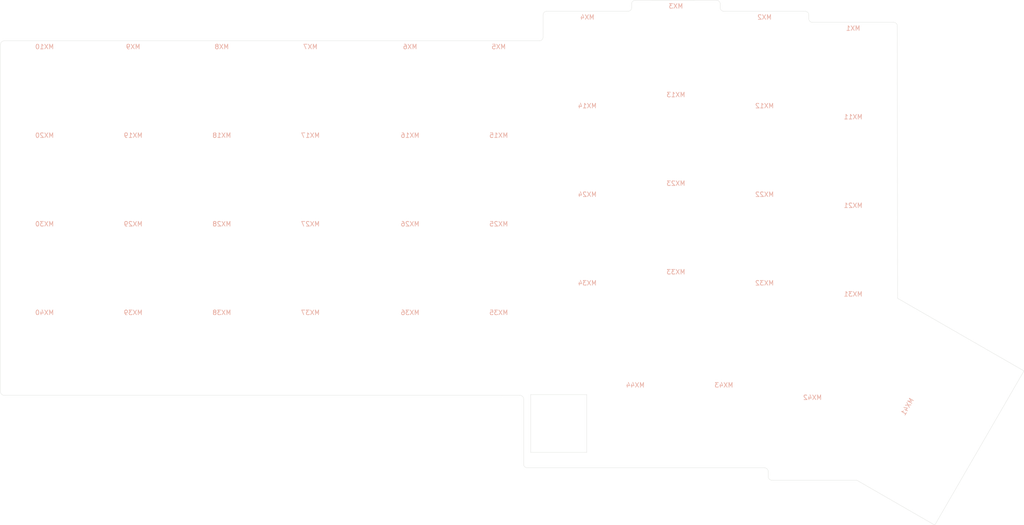
<source format=kicad_pcb>
(kicad_pcb (version 20171130) (host pcbnew "(5.1.9-0-10_14)")

  (general
    (thickness 1.6)
    (drawings 40)
    (tracks 0)
    (zones 0)
    (modules 52)
    (nets 1)
  )

  (page A4)
  (layers
    (0 F.Cu signal)
    (31 B.Cu signal)
    (32 B.Adhes user)
    (33 F.Adhes user)
    (34 B.Paste user)
    (35 F.Paste user)
    (36 B.SilkS user)
    (37 F.SilkS user)
    (38 B.Mask user)
    (39 F.Mask user)
    (40 Dwgs.User user)
    (41 Cmts.User user)
    (42 Eco1.User user)
    (43 Eco2.User user)
    (44 Edge.Cuts user)
    (45 Margin user)
    (46 B.CrtYd user)
    (47 F.CrtYd user)
    (48 B.Fab user)
    (49 F.Fab user)
  )

  (setup
    (last_trace_width 0.25)
    (trace_clearance 0.2)
    (zone_clearance 0.508)
    (zone_45_only no)
    (trace_min 0.2)
    (via_size 0.8)
    (via_drill 0.4)
    (via_min_size 0.4)
    (via_min_drill 0.3)
    (uvia_size 0.3)
    (uvia_drill 0.1)
    (uvias_allowed no)
    (uvia_min_size 0.2)
    (uvia_min_drill 0.1)
    (edge_width 0.05)
    (segment_width 0.2)
    (pcb_text_width 0.3)
    (pcb_text_size 1.5 1.5)
    (mod_edge_width 0.12)
    (mod_text_size 1 1)
    (mod_text_width 0.15)
    (pad_size 1.524 1.524)
    (pad_drill 0.762)
    (pad_to_mask_clearance 0)
    (aux_axis_origin 0 0)
    (grid_origin 221.45 102.39375)
    (visible_elements FFFFFF7F)
    (pcbplotparams
      (layerselection 0x011fc_ffffffff)
      (usegerberextensions false)
      (usegerberattributes true)
      (usegerberadvancedattributes true)
      (creategerberjobfile true)
      (excludeedgelayer true)
      (linewidth 0.100000)
      (plotframeref false)
      (viasonmask false)
      (mode 1)
      (useauxorigin false)
      (hpglpennumber 1)
      (hpglpenspeed 20)
      (hpglpendiameter 15.000000)
      (psnegative false)
      (psa4output false)
      (plotreference true)
      (plotvalue true)
      (plotinvisibletext false)
      (padsonsilk false)
      (subtractmaskfromsilk false)
      (outputformat 1)
      (mirror false)
      (drillshape 0)
      (scaleselection 1)
      (outputdirectory "./gerbers"))
  )

  (net 0 "")

  (net_class Default "This is the default net class."
    (clearance 0.2)
    (trace_width 0.25)
    (via_dia 0.8)
    (via_drill 0.4)
    (uvia_dia 0.3)
    (uvia_drill 0.1)
  )

  (module footprints:MX_Stabilizer_Cutout-2u (layer F.Cu) (tedit 59618178) (tstamp 6085C940)
    (at 239.484 109.75975 240)
    (fp_text reference REF** (at 0 0 60) (layer F.Fab) hide
      (effects (font (size 1 1) (thickness 0.15)))
    )
    (fp_text value MX_Stabilizer_Cutout-2u (at 0 10.16 60) (layer F.Fab) hide
      (effects (font (size 1 1) (thickness 0.15)))
    )
    (fp_line (start -19 -9.5) (end 19 -9.5) (layer Dwgs.User) (width 0.15))
    (fp_line (start -19 9.5) (end -19 -9.5) (layer Dwgs.User) (width 0.15))
    (fp_line (start 19 9.5) (end -19 9.5) (layer Dwgs.User) (width 0.15))
    (fp_line (start 19 -9.5) (end 19 9.5) (layer Dwgs.User) (width 0.15))
    (pad "" np_thru_hole oval (at -11.938 7.7724 240) (size 3.048 0.3048) (drill oval 3.048 0.3048) (layers *.Cu *.Mask))
    (pad "" np_thru_hole oval (at -10.5664 7.112 240) (size 0.3048 1.4732) (drill oval 0.3048 1.4732) (layers *.Cu *.Mask))
    (pad "" np_thru_hole oval (at -13.3096 7.112 240) (size 0.3048 1.4732) (drill oval 0.3048 1.4732) (layers *.Cu *.Mask))
    (pad "" np_thru_hole oval (at -15.5448 0.3556 240) (size 1.1684 0.3048) (drill oval 1.1684 0.3048) (layers *.Cu *.Mask))
    (pad "" np_thru_hole oval (at -11.938 6.4516 240) (size 6.6548 0.3048) (drill oval 6.6548 0.3048) (layers *.Cu *.Mask))
    (pad "" np_thru_hole oval (at -8.763 0.4572 240) (size 0.3048 12.2936) (drill oval 0.3048 12.2936) (layers *.Cu *.Mask))
    (pad "" np_thru_hole oval (at -15.113 0.4572 240) (size 0.3048 12.2936) (drill oval 0.3048 12.2936) (layers *.Cu *.Mask))
    (pad "" np_thru_hole oval (at -15.9766 -0.889 240) (size 0.3048 2.794) (drill oval 0.3048 2.794) (layers *.Cu *.Mask))
    (pad "" np_thru_hole oval (at -15.5448 -2.1336 240) (size 1.1684 0.3048) (drill oval 1.1684 0.3048) (layers *.Cu *.Mask))
    (pad "" np_thru_hole oval (at -11.938 -5.5372 240) (size 6.6548 0.3048) (drill oval 6.6548 0.3048) (layers *.Cu *.Mask))
    (pad "" np_thru_hole oval (at 15.5448 0.3556 240) (size 1.1684 0.3048) (drill oval 1.1684 0.3048) (layers *.Cu *.Mask))
    (pad "" np_thru_hole oval (at 13.3096 7.112 240) (size 0.3048 1.4732) (drill oval 0.3048 1.4732) (layers *.Cu *.Mask))
    (pad "" np_thru_hole oval (at 15.5448 -2.1336 240) (size 1.1684 0.3048) (drill oval 1.1684 0.3048) (layers *.Cu *.Mask))
    (pad "" np_thru_hole oval (at 10.5664 7.112 240) (size 0.3048 1.4732) (drill oval 0.3048 1.4732) (layers *.Cu *.Mask))
    (pad "" np_thru_hole oval (at 15.9766 -0.889 240) (size 0.3048 2.794) (drill oval 0.3048 2.794) (layers *.Cu *.Mask))
    (pad "" np_thru_hole oval (at 15.113 0.4572 240) (size 0.3048 12.2936) (drill oval 0.3048 12.2936) (layers *.Cu *.Mask))
    (pad "" np_thru_hole oval (at 11.938 6.4516 240) (size 6.6548 0.3048) (drill oval 6.6548 0.3048) (layers *.Cu *.Mask))
    (pad "" np_thru_hole oval (at 8.763 0.4572 240) (size 0.3048 12.2936) (drill oval 0.3048 12.2936) (layers *.Cu *.Mask))
    (pad "" np_thru_hole oval (at 11.938 -5.5372 240) (size 6.6548 0.3048) (drill oval 6.6548 0.3048) (layers *.Cu *.Mask))
    (pad "" np_thru_hole oval (at 11.938 7.7724 240) (size 3.048 0.3048) (drill oval 3.048 0.3048) (layers *.Cu *.Mask))
  )

  (module footprints:MX_Switch_Cutout (layer F.Cu) (tedit 59612069) (tstamp 6072E058)
    (at 220.6625 70.64375)
    (path /607606EA)
    (fp_text reference MX21 (at 0 3.175) (layer Dwgs.User)
      (effects (font (size 1 1) (thickness 0.15)))
    )
    (fp_text value MX-NoLED (at 0 -7.9375) (layer Dwgs.User)
      (effects (font (size 1 1) (thickness 0.15)))
    )
    (fp_text user %V (at 0 8.255) (layer B.Fab)
      (effects (font (size 1 1) (thickness 0.15)) (justify mirror))
    )
    (fp_text user %R (at 0 -8.255) (layer B.SilkS)
      (effects (font (size 1 1) (thickness 0.15)) (justify mirror))
    )
    (fp_line (start -9.5 -9.5) (end 9.5 -9.5) (layer Dwgs.User) (width 0.15))
    (fp_line (start -9.5 9.5) (end -9.5 -9.5) (layer Dwgs.User) (width 0.15))
    (fp_line (start 9.5 9.5) (end -9.5 9.5) (layer Dwgs.User) (width 0.15))
    (fp_line (start 9.5 -9.5) (end 9.5 9.5) (layer Dwgs.User) (width 0.15))
    (pad "" np_thru_hole oval (at 7.14375 2.667) (size 1.3335 0.508) (drill oval 1.3335 0.508) (layers *.Cu *.Mask))
    (pad "" np_thru_hole oval (at -7.14375 2.667) (size 1.3335 0.508) (drill oval 1.3335 0.508) (layers *.Cu *.Mask))
    (pad "" np_thru_hole oval (at 7.14375 -2.667) (size 1.3335 0.508) (drill oval 1.3335 0.508) (layers *.Cu *.Mask))
    (pad "" np_thru_hole oval (at -7.14375 -2.667) (size 1.3335 0.508) (drill oval 1.3335 0.508) (layers *.Cu *.Mask))
    (pad "" np_thru_hole oval (at 0 6.985) (size 5.08 1.27) (drill oval 5.08 1.27) (layers *.Cu *.Mask))
    (pad "" np_thru_hole oval (at 0 -6.985) (size 5.08 1.27) (drill oval 5.08 1.27) (layers *.Cu *.Mask))
    (pad "" np_thru_hole oval (at -6.731 0) (size 0.508 5.842) (drill oval 0.508 5.842) (layers *.Cu *.Mask))
    (pad "" np_thru_hole oval (at 6.731 0) (size 0.508 5.842) (drill oval 0.508 5.842) (layers *.Cu *.Mask))
    (pad "" np_thru_hole oval (at -7.5565 4.699) (size 0.508 4.572) (drill oval 0.508 4.572) (layers *.Cu *.Mask))
    (pad "" np_thru_hole oval (at 7.5565 4.699) (size 0.508 4.572) (drill oval 0.508 4.572) (layers *.Cu *.Mask))
    (pad "" np_thru_hole oval (at 7.5565 -4.699) (size 0.508 4.572) (drill oval 0.508 4.572) (layers *.Cu *.Mask))
    (pad "" np_thru_hole oval (at -7.5565 -4.699) (size 0.508 4.572) (drill oval 0.508 4.572) (layers *.Cu *.Mask))
    (pad "" np_thru_hole oval (at 0 6.731) (size 15.5956 0.508) (drill oval 15.5956 0.508) (layers *.Cu *.Mask))
    (pad "" np_thru_hole oval (at 0 -6.731) (size 15.5956 0.508) (drill oval 15.5956 0.508) (layers *.Cu *.Mask))
  )

  (module footprints:MX_Switch_Cutout (layer F.Cu) (tedit 59612069) (tstamp 6072E24C)
    (at 239.484 109.75975 60)
    (path /6072AAD1)
    (fp_text reference MX41 (at 0 3.175 60) (layer Dwgs.User)
      (effects (font (size 1 1) (thickness 0.15)))
    )
    (fp_text value MX-NoLED (at 0 -7.9375 60) (layer Dwgs.User)
      (effects (font (size 1 1) (thickness 0.15)))
    )
    (fp_text user %V (at 0 8.255 60) (layer B.Fab)
      (effects (font (size 1 1) (thickness 0.15)) (justify mirror))
    )
    (fp_text user %R (at 0 -8.255 60) (layer B.SilkS)
      (effects (font (size 1 1) (thickness 0.15)) (justify mirror))
    )
    (fp_line (start -9.5 -9.5) (end 9.5 -9.5) (layer Dwgs.User) (width 0.15))
    (fp_line (start -9.5 9.5) (end -9.5 -9.5) (layer Dwgs.User) (width 0.15))
    (fp_line (start 9.5 9.5) (end -9.5 9.5) (layer Dwgs.User) (width 0.15))
    (fp_line (start 9.5 -9.5) (end 9.5 9.5) (layer Dwgs.User) (width 0.15))
    (pad "" np_thru_hole oval (at 7.14375 2.667 60) (size 1.3335 0.508) (drill oval 1.3335 0.508) (layers *.Cu *.Mask))
    (pad "" np_thru_hole oval (at -7.14375 2.667 60) (size 1.3335 0.508) (drill oval 1.3335 0.508) (layers *.Cu *.Mask))
    (pad "" np_thru_hole oval (at 7.14375 -2.667 60) (size 1.3335 0.508) (drill oval 1.3335 0.508) (layers *.Cu *.Mask))
    (pad "" np_thru_hole oval (at -7.14375 -2.667 60) (size 1.3335 0.508) (drill oval 1.3335 0.508) (layers *.Cu *.Mask))
    (pad "" np_thru_hole oval (at 0 6.985 60) (size 5.08 1.27) (drill oval 5.08 1.27) (layers *.Cu *.Mask))
    (pad "" np_thru_hole oval (at 0 -6.985 60) (size 5.08 1.27) (drill oval 5.08 1.27) (layers *.Cu *.Mask))
    (pad "" np_thru_hole oval (at -6.731 0 60) (size 0.508 5.842) (drill oval 0.508 5.842) (layers *.Cu *.Mask))
    (pad "" np_thru_hole oval (at 6.731 0 60) (size 0.508 5.842) (drill oval 0.508 5.842) (layers *.Cu *.Mask))
    (pad "" np_thru_hole oval (at -7.5565 4.699 60) (size 0.508 4.572) (drill oval 0.508 4.572) (layers *.Cu *.Mask))
    (pad "" np_thru_hole oval (at 7.5565 4.699 60) (size 0.508 4.572) (drill oval 0.508 4.572) (layers *.Cu *.Mask))
    (pad "" np_thru_hole oval (at 7.5565 -4.699 60) (size 0.508 4.572) (drill oval 0.508 4.572) (layers *.Cu *.Mask))
    (pad "" np_thru_hole oval (at -7.5565 -4.699 60) (size 0.508 4.572) (drill oval 0.508 4.572) (layers *.Cu *.Mask))
    (pad "" np_thru_hole oval (at 0 6.731 60) (size 15.5956 0.508) (drill oval 15.5956 0.508) (layers *.Cu *.Mask))
    (pad "" np_thru_hole oval (at 0 -6.731 60) (size 15.5956 0.508) (drill oval 15.5956 0.508) (layers *.Cu *.Mask))
  )

  (module footprints:MX_Switch_Cutout (layer F.Cu) (tedit 59612069) (tstamp 6072DF45)
    (at 46.83125 36.5125)
    (path /60755D23)
    (fp_text reference MX10 (at 0 3.175) (layer Dwgs.User)
      (effects (font (size 1 1) (thickness 0.15)))
    )
    (fp_text value MX-NoLED (at 0 -7.9375) (layer Dwgs.User)
      (effects (font (size 1 1) (thickness 0.15)))
    )
    (fp_text user %V (at 0 8.255) (layer B.Fab)
      (effects (font (size 1 1) (thickness 0.15)) (justify mirror))
    )
    (fp_text user %R (at 0 -8.255) (layer B.SilkS)
      (effects (font (size 1 1) (thickness 0.15)) (justify mirror))
    )
    (fp_line (start -9.5 -9.5) (end 9.5 -9.5) (layer Dwgs.User) (width 0.15))
    (fp_line (start -9.5 9.5) (end -9.5 -9.5) (layer Dwgs.User) (width 0.15))
    (fp_line (start 9.5 9.5) (end -9.5 9.5) (layer Dwgs.User) (width 0.15))
    (fp_line (start 9.5 -9.5) (end 9.5 9.5) (layer Dwgs.User) (width 0.15))
    (pad "" np_thru_hole oval (at 7.14375 2.667) (size 1.3335 0.508) (drill oval 1.3335 0.508) (layers *.Cu *.Mask))
    (pad "" np_thru_hole oval (at -7.14375 2.667) (size 1.3335 0.508) (drill oval 1.3335 0.508) (layers *.Cu *.Mask))
    (pad "" np_thru_hole oval (at 7.14375 -2.667) (size 1.3335 0.508) (drill oval 1.3335 0.508) (layers *.Cu *.Mask))
    (pad "" np_thru_hole oval (at -7.14375 -2.667) (size 1.3335 0.508) (drill oval 1.3335 0.508) (layers *.Cu *.Mask))
    (pad "" np_thru_hole oval (at 0 6.985) (size 5.08 1.27) (drill oval 5.08 1.27) (layers *.Cu *.Mask))
    (pad "" np_thru_hole oval (at 0 -6.985) (size 5.08 1.27) (drill oval 5.08 1.27) (layers *.Cu *.Mask))
    (pad "" np_thru_hole oval (at -6.731 0) (size 0.508 5.842) (drill oval 0.508 5.842) (layers *.Cu *.Mask))
    (pad "" np_thru_hole oval (at 6.731 0) (size 0.508 5.842) (drill oval 0.508 5.842) (layers *.Cu *.Mask))
    (pad "" np_thru_hole oval (at -7.5565 4.699) (size 0.508 4.572) (drill oval 0.508 4.572) (layers *.Cu *.Mask))
    (pad "" np_thru_hole oval (at 7.5565 4.699) (size 0.508 4.572) (drill oval 0.508 4.572) (layers *.Cu *.Mask))
    (pad "" np_thru_hole oval (at 7.5565 -4.699) (size 0.508 4.572) (drill oval 0.508 4.572) (layers *.Cu *.Mask))
    (pad "" np_thru_hole oval (at -7.5565 -4.699) (size 0.508 4.572) (drill oval 0.508 4.572) (layers *.Cu *.Mask))
    (pad "" np_thru_hole oval (at 0 6.731) (size 15.5956 0.508) (drill oval 15.5956 0.508) (layers *.Cu *.Mask))
    (pad "" np_thru_hole oval (at 0 -6.731) (size 15.5956 0.508) (drill oval 15.5956 0.508) (layers *.Cu *.Mask))
  )

  (module footprints:MX_Switch_Cutout (layer F.Cu) (tedit 59612069) (tstamp 6072DFC2)
    (at 144.4625 55.5625)
    (path /60759B22)
    (fp_text reference MX15 (at 0 3.175) (layer Dwgs.User)
      (effects (font (size 1 1) (thickness 0.15)))
    )
    (fp_text value MX-NoLED (at 0 -7.9375) (layer Dwgs.User)
      (effects (font (size 1 1) (thickness 0.15)))
    )
    (fp_text user %V (at 0 8.255) (layer B.Fab)
      (effects (font (size 1 1) (thickness 0.15)) (justify mirror))
    )
    (fp_text user %R (at 0 -8.255) (layer B.SilkS)
      (effects (font (size 1 1) (thickness 0.15)) (justify mirror))
    )
    (fp_line (start -9.5 -9.5) (end 9.5 -9.5) (layer Dwgs.User) (width 0.15))
    (fp_line (start -9.5 9.5) (end -9.5 -9.5) (layer Dwgs.User) (width 0.15))
    (fp_line (start 9.5 9.5) (end -9.5 9.5) (layer Dwgs.User) (width 0.15))
    (fp_line (start 9.5 -9.5) (end 9.5 9.5) (layer Dwgs.User) (width 0.15))
    (pad "" np_thru_hole oval (at 7.14375 2.667) (size 1.3335 0.508) (drill oval 1.3335 0.508) (layers *.Cu *.Mask))
    (pad "" np_thru_hole oval (at -7.14375 2.667) (size 1.3335 0.508) (drill oval 1.3335 0.508) (layers *.Cu *.Mask))
    (pad "" np_thru_hole oval (at 7.14375 -2.667) (size 1.3335 0.508) (drill oval 1.3335 0.508) (layers *.Cu *.Mask))
    (pad "" np_thru_hole oval (at -7.14375 -2.667) (size 1.3335 0.508) (drill oval 1.3335 0.508) (layers *.Cu *.Mask))
    (pad "" np_thru_hole oval (at 0 6.985) (size 5.08 1.27) (drill oval 5.08 1.27) (layers *.Cu *.Mask))
    (pad "" np_thru_hole oval (at 0 -6.985) (size 5.08 1.27) (drill oval 5.08 1.27) (layers *.Cu *.Mask))
    (pad "" np_thru_hole oval (at -6.731 0) (size 0.508 5.842) (drill oval 0.508 5.842) (layers *.Cu *.Mask))
    (pad "" np_thru_hole oval (at 6.731 0) (size 0.508 5.842) (drill oval 0.508 5.842) (layers *.Cu *.Mask))
    (pad "" np_thru_hole oval (at -7.5565 4.699) (size 0.508 4.572) (drill oval 0.508 4.572) (layers *.Cu *.Mask))
    (pad "" np_thru_hole oval (at 7.5565 4.699) (size 0.508 4.572) (drill oval 0.508 4.572) (layers *.Cu *.Mask))
    (pad "" np_thru_hole oval (at 7.5565 -4.699) (size 0.508 4.572) (drill oval 0.508 4.572) (layers *.Cu *.Mask))
    (pad "" np_thru_hole oval (at -7.5565 -4.699) (size 0.508 4.572) (drill oval 0.508 4.572) (layers *.Cu *.Mask))
    (pad "" np_thru_hole oval (at 0 6.731) (size 15.5956 0.508) (drill oval 15.5956 0.508) (layers *.Cu *.Mask))
    (pad "" np_thru_hole oval (at 0 -6.731) (size 15.5956 0.508) (drill oval 15.5956 0.508) (layers *.Cu *.Mask))
  )

  (module footprints:MX_Switch_Cutout (layer F.Cu) (tedit 59612069) (tstamp 607E52C8)
    (at 173.825 109.25175)
    (path /6072C094)
    (fp_text reference MX44 (at 0 3.175) (layer Dwgs.User)
      (effects (font (size 1 1) (thickness 0.15)))
    )
    (fp_text value MX-NoLED (at 0 -7.9375) (layer Dwgs.User)
      (effects (font (size 1 1) (thickness 0.15)))
    )
    (fp_text user %V (at 0 8.255) (layer B.Fab)
      (effects (font (size 1 1) (thickness 0.15)) (justify mirror))
    )
    (fp_text user %R (at 0 -8.255) (layer B.SilkS)
      (effects (font (size 1 1) (thickness 0.15)) (justify mirror))
    )
    (fp_line (start -9.5 -9.5) (end 9.5 -9.5) (layer Dwgs.User) (width 0.15))
    (fp_line (start -9.5 9.5) (end -9.5 -9.5) (layer Dwgs.User) (width 0.15))
    (fp_line (start 9.5 9.5) (end -9.5 9.5) (layer Dwgs.User) (width 0.15))
    (fp_line (start 9.5 -9.5) (end 9.5 9.5) (layer Dwgs.User) (width 0.15))
    (pad "" np_thru_hole oval (at 7.14375 2.667) (size 1.3335 0.508) (drill oval 1.3335 0.508) (layers *.Cu *.Mask))
    (pad "" np_thru_hole oval (at -7.14375 2.667) (size 1.3335 0.508) (drill oval 1.3335 0.508) (layers *.Cu *.Mask))
    (pad "" np_thru_hole oval (at 7.14375 -2.667) (size 1.3335 0.508) (drill oval 1.3335 0.508) (layers *.Cu *.Mask))
    (pad "" np_thru_hole oval (at -7.14375 -2.667) (size 1.3335 0.508) (drill oval 1.3335 0.508) (layers *.Cu *.Mask))
    (pad "" np_thru_hole oval (at 0 6.985) (size 5.08 1.27) (drill oval 5.08 1.27) (layers *.Cu *.Mask))
    (pad "" np_thru_hole oval (at 0 -6.985) (size 5.08 1.27) (drill oval 5.08 1.27) (layers *.Cu *.Mask))
    (pad "" np_thru_hole oval (at -6.731 0) (size 0.508 5.842) (drill oval 0.508 5.842) (layers *.Cu *.Mask))
    (pad "" np_thru_hole oval (at 6.731 0) (size 0.508 5.842) (drill oval 0.508 5.842) (layers *.Cu *.Mask))
    (pad "" np_thru_hole oval (at -7.5565 4.699) (size 0.508 4.572) (drill oval 0.508 4.572) (layers *.Cu *.Mask))
    (pad "" np_thru_hole oval (at 7.5565 4.699) (size 0.508 4.572) (drill oval 0.508 4.572) (layers *.Cu *.Mask))
    (pad "" np_thru_hole oval (at 7.5565 -4.699) (size 0.508 4.572) (drill oval 0.508 4.572) (layers *.Cu *.Mask))
    (pad "" np_thru_hole oval (at -7.5565 -4.699) (size 0.508 4.572) (drill oval 0.508 4.572) (layers *.Cu *.Mask))
    (pad "" np_thru_hole oval (at 0 6.731) (size 15.5956 0.508) (drill oval 15.5956 0.508) (layers *.Cu *.Mask))
    (pad "" np_thru_hole oval (at 0 -6.731) (size 15.5956 0.508) (drill oval 15.5956 0.508) (layers *.Cu *.Mask))
  )

  (module footprints:MX_Switch_Cutout (layer F.Cu) (tedit 59612069) (tstamp 6072E27E)
    (at 192.875 109.25175)
    (path /6072BC7D)
    (fp_text reference MX43 (at 0 3.175) (layer Dwgs.User)
      (effects (font (size 1 1) (thickness 0.15)))
    )
    (fp_text value MX-NoLED (at 0 -7.9375) (layer Dwgs.User)
      (effects (font (size 1 1) (thickness 0.15)))
    )
    (fp_text user %V (at 0 8.255) (layer B.Fab)
      (effects (font (size 1 1) (thickness 0.15)) (justify mirror))
    )
    (fp_text user %R (at 0 -8.255) (layer B.SilkS)
      (effects (font (size 1 1) (thickness 0.15)) (justify mirror))
    )
    (fp_line (start -9.5 -9.5) (end 9.5 -9.5) (layer Dwgs.User) (width 0.15))
    (fp_line (start -9.5 9.5) (end -9.5 -9.5) (layer Dwgs.User) (width 0.15))
    (fp_line (start 9.5 9.5) (end -9.5 9.5) (layer Dwgs.User) (width 0.15))
    (fp_line (start 9.5 -9.5) (end 9.5 9.5) (layer Dwgs.User) (width 0.15))
    (pad "" np_thru_hole oval (at 7.14375 2.667) (size 1.3335 0.508) (drill oval 1.3335 0.508) (layers *.Cu *.Mask))
    (pad "" np_thru_hole oval (at -7.14375 2.667) (size 1.3335 0.508) (drill oval 1.3335 0.508) (layers *.Cu *.Mask))
    (pad "" np_thru_hole oval (at 7.14375 -2.667) (size 1.3335 0.508) (drill oval 1.3335 0.508) (layers *.Cu *.Mask))
    (pad "" np_thru_hole oval (at -7.14375 -2.667) (size 1.3335 0.508) (drill oval 1.3335 0.508) (layers *.Cu *.Mask))
    (pad "" np_thru_hole oval (at 0 6.985) (size 5.08 1.27) (drill oval 5.08 1.27) (layers *.Cu *.Mask))
    (pad "" np_thru_hole oval (at 0 -6.985) (size 5.08 1.27) (drill oval 5.08 1.27) (layers *.Cu *.Mask))
    (pad "" np_thru_hole oval (at -6.731 0) (size 0.508 5.842) (drill oval 0.508 5.842) (layers *.Cu *.Mask))
    (pad "" np_thru_hole oval (at 6.731 0) (size 0.508 5.842) (drill oval 0.508 5.842) (layers *.Cu *.Mask))
    (pad "" np_thru_hole oval (at -7.5565 4.699) (size 0.508 4.572) (drill oval 0.508 4.572) (layers *.Cu *.Mask))
    (pad "" np_thru_hole oval (at 7.5565 4.699) (size 0.508 4.572) (drill oval 0.508 4.572) (layers *.Cu *.Mask))
    (pad "" np_thru_hole oval (at 7.5565 -4.699) (size 0.508 4.572) (drill oval 0.508 4.572) (layers *.Cu *.Mask))
    (pad "" np_thru_hole oval (at -7.5565 -4.699) (size 0.508 4.572) (drill oval 0.508 4.572) (layers *.Cu *.Mask))
    (pad "" np_thru_hole oval (at 0 6.731) (size 15.5956 0.508) (drill oval 15.5956 0.508) (layers *.Cu *.Mask))
    (pad "" np_thru_hole oval (at 0 -6.731) (size 15.5956 0.508) (drill oval 15.5956 0.508) (layers *.Cu *.Mask))
  )

  (module footprints:MX_Switch_Cutout (layer F.Cu) (tedit 59612069) (tstamp 6072E265)
    (at 211.925 111.91875)
    (path /6072B58C)
    (fp_text reference MX42 (at 0 3.175) (layer Dwgs.User)
      (effects (font (size 1 1) (thickness 0.15)))
    )
    (fp_text value MX-NoLED (at 0 -7.9375) (layer Dwgs.User)
      (effects (font (size 1 1) (thickness 0.15)))
    )
    (fp_text user %V (at 0 8.255) (layer B.Fab)
      (effects (font (size 1 1) (thickness 0.15)) (justify mirror))
    )
    (fp_text user %R (at 0 -8.255) (layer B.SilkS)
      (effects (font (size 1 1) (thickness 0.15)) (justify mirror))
    )
    (fp_line (start -9.5 -9.5) (end 9.5 -9.5) (layer Dwgs.User) (width 0.15))
    (fp_line (start -9.5 9.5) (end -9.5 -9.5) (layer Dwgs.User) (width 0.15))
    (fp_line (start 9.5 9.5) (end -9.5 9.5) (layer Dwgs.User) (width 0.15))
    (fp_line (start 9.5 -9.5) (end 9.5 9.5) (layer Dwgs.User) (width 0.15))
    (pad "" np_thru_hole oval (at 7.14375 2.667) (size 1.3335 0.508) (drill oval 1.3335 0.508) (layers *.Cu *.Mask))
    (pad "" np_thru_hole oval (at -7.14375 2.667) (size 1.3335 0.508) (drill oval 1.3335 0.508) (layers *.Cu *.Mask))
    (pad "" np_thru_hole oval (at 7.14375 -2.667) (size 1.3335 0.508) (drill oval 1.3335 0.508) (layers *.Cu *.Mask))
    (pad "" np_thru_hole oval (at -7.14375 -2.667) (size 1.3335 0.508) (drill oval 1.3335 0.508) (layers *.Cu *.Mask))
    (pad "" np_thru_hole oval (at 0 6.985) (size 5.08 1.27) (drill oval 5.08 1.27) (layers *.Cu *.Mask))
    (pad "" np_thru_hole oval (at 0 -6.985) (size 5.08 1.27) (drill oval 5.08 1.27) (layers *.Cu *.Mask))
    (pad "" np_thru_hole oval (at -6.731 0) (size 0.508 5.842) (drill oval 0.508 5.842) (layers *.Cu *.Mask))
    (pad "" np_thru_hole oval (at 6.731 0) (size 0.508 5.842) (drill oval 0.508 5.842) (layers *.Cu *.Mask))
    (pad "" np_thru_hole oval (at -7.5565 4.699) (size 0.508 4.572) (drill oval 0.508 4.572) (layers *.Cu *.Mask))
    (pad "" np_thru_hole oval (at 7.5565 4.699) (size 0.508 4.572) (drill oval 0.508 4.572) (layers *.Cu *.Mask))
    (pad "" np_thru_hole oval (at 7.5565 -4.699) (size 0.508 4.572) (drill oval 0.508 4.572) (layers *.Cu *.Mask))
    (pad "" np_thru_hole oval (at -7.5565 -4.699) (size 0.508 4.572) (drill oval 0.508 4.572) (layers *.Cu *.Mask))
    (pad "" np_thru_hole oval (at 0 6.731) (size 15.5956 0.508) (drill oval 15.5956 0.508) (layers *.Cu *.Mask))
    (pad "" np_thru_hole oval (at 0 -6.731) (size 15.5956 0.508) (drill oval 15.5956 0.508) (layers *.Cu *.Mask))
  )

  (module footprints:MX_Switch_Cutout (layer F.Cu) (tedit 59612069) (tstamp 6072E233)
    (at 46.83125 93.6625)
    (path /607253A3)
    (fp_text reference MX40 (at 0 3.175) (layer Dwgs.User)
      (effects (font (size 1 1) (thickness 0.15)))
    )
    (fp_text value MX-NoLED (at 0 -7.9375) (layer Dwgs.User)
      (effects (font (size 1 1) (thickness 0.15)))
    )
    (fp_text user %V (at 0 8.255) (layer B.Fab)
      (effects (font (size 1 1) (thickness 0.15)) (justify mirror))
    )
    (fp_text user %R (at 0 -8.255) (layer B.SilkS)
      (effects (font (size 1 1) (thickness 0.15)) (justify mirror))
    )
    (fp_line (start -9.5 -9.5) (end 9.5 -9.5) (layer Dwgs.User) (width 0.15))
    (fp_line (start -9.5 9.5) (end -9.5 -9.5) (layer Dwgs.User) (width 0.15))
    (fp_line (start 9.5 9.5) (end -9.5 9.5) (layer Dwgs.User) (width 0.15))
    (fp_line (start 9.5 -9.5) (end 9.5 9.5) (layer Dwgs.User) (width 0.15))
    (pad "" np_thru_hole oval (at 7.14375 2.667) (size 1.3335 0.508) (drill oval 1.3335 0.508) (layers *.Cu *.Mask))
    (pad "" np_thru_hole oval (at -7.14375 2.667) (size 1.3335 0.508) (drill oval 1.3335 0.508) (layers *.Cu *.Mask))
    (pad "" np_thru_hole oval (at 7.14375 -2.667) (size 1.3335 0.508) (drill oval 1.3335 0.508) (layers *.Cu *.Mask))
    (pad "" np_thru_hole oval (at -7.14375 -2.667) (size 1.3335 0.508) (drill oval 1.3335 0.508) (layers *.Cu *.Mask))
    (pad "" np_thru_hole oval (at 0 6.985) (size 5.08 1.27) (drill oval 5.08 1.27) (layers *.Cu *.Mask))
    (pad "" np_thru_hole oval (at 0 -6.985) (size 5.08 1.27) (drill oval 5.08 1.27) (layers *.Cu *.Mask))
    (pad "" np_thru_hole oval (at -6.731 0) (size 0.508 5.842) (drill oval 0.508 5.842) (layers *.Cu *.Mask))
    (pad "" np_thru_hole oval (at 6.731 0) (size 0.508 5.842) (drill oval 0.508 5.842) (layers *.Cu *.Mask))
    (pad "" np_thru_hole oval (at -7.5565 4.699) (size 0.508 4.572) (drill oval 0.508 4.572) (layers *.Cu *.Mask))
    (pad "" np_thru_hole oval (at 7.5565 4.699) (size 0.508 4.572) (drill oval 0.508 4.572) (layers *.Cu *.Mask))
    (pad "" np_thru_hole oval (at 7.5565 -4.699) (size 0.508 4.572) (drill oval 0.508 4.572) (layers *.Cu *.Mask))
    (pad "" np_thru_hole oval (at -7.5565 -4.699) (size 0.508 4.572) (drill oval 0.508 4.572) (layers *.Cu *.Mask))
    (pad "" np_thru_hole oval (at 0 6.731) (size 15.5956 0.508) (drill oval 15.5956 0.508) (layers *.Cu *.Mask))
    (pad "" np_thru_hole oval (at 0 -6.731) (size 15.5956 0.508) (drill oval 15.5956 0.508) (layers *.Cu *.Mask))
  )

  (module footprints:MX_Switch_Cutout (layer F.Cu) (tedit 59612069) (tstamp 6072E21A)
    (at 65.88125 93.6625)
    (path /607249F6)
    (fp_text reference MX39 (at 0 3.175) (layer Dwgs.User)
      (effects (font (size 1 1) (thickness 0.15)))
    )
    (fp_text value MX-NoLED (at 0 -7.9375) (layer Dwgs.User)
      (effects (font (size 1 1) (thickness 0.15)))
    )
    (fp_text user %V (at 0 8.255) (layer B.Fab)
      (effects (font (size 1 1) (thickness 0.15)) (justify mirror))
    )
    (fp_text user %R (at 0 -8.255) (layer B.SilkS)
      (effects (font (size 1 1) (thickness 0.15)) (justify mirror))
    )
    (fp_line (start -9.5 -9.5) (end 9.5 -9.5) (layer Dwgs.User) (width 0.15))
    (fp_line (start -9.5 9.5) (end -9.5 -9.5) (layer Dwgs.User) (width 0.15))
    (fp_line (start 9.5 9.5) (end -9.5 9.5) (layer Dwgs.User) (width 0.15))
    (fp_line (start 9.5 -9.5) (end 9.5 9.5) (layer Dwgs.User) (width 0.15))
    (pad "" np_thru_hole oval (at 7.14375 2.667) (size 1.3335 0.508) (drill oval 1.3335 0.508) (layers *.Cu *.Mask))
    (pad "" np_thru_hole oval (at -7.14375 2.667) (size 1.3335 0.508) (drill oval 1.3335 0.508) (layers *.Cu *.Mask))
    (pad "" np_thru_hole oval (at 7.14375 -2.667) (size 1.3335 0.508) (drill oval 1.3335 0.508) (layers *.Cu *.Mask))
    (pad "" np_thru_hole oval (at -7.14375 -2.667) (size 1.3335 0.508) (drill oval 1.3335 0.508) (layers *.Cu *.Mask))
    (pad "" np_thru_hole oval (at 0 6.985) (size 5.08 1.27) (drill oval 5.08 1.27) (layers *.Cu *.Mask))
    (pad "" np_thru_hole oval (at 0 -6.985) (size 5.08 1.27) (drill oval 5.08 1.27) (layers *.Cu *.Mask))
    (pad "" np_thru_hole oval (at -6.731 0) (size 0.508 5.842) (drill oval 0.508 5.842) (layers *.Cu *.Mask))
    (pad "" np_thru_hole oval (at 6.731 0) (size 0.508 5.842) (drill oval 0.508 5.842) (layers *.Cu *.Mask))
    (pad "" np_thru_hole oval (at -7.5565 4.699) (size 0.508 4.572) (drill oval 0.508 4.572) (layers *.Cu *.Mask))
    (pad "" np_thru_hole oval (at 7.5565 4.699) (size 0.508 4.572) (drill oval 0.508 4.572) (layers *.Cu *.Mask))
    (pad "" np_thru_hole oval (at 7.5565 -4.699) (size 0.508 4.572) (drill oval 0.508 4.572) (layers *.Cu *.Mask))
    (pad "" np_thru_hole oval (at -7.5565 -4.699) (size 0.508 4.572) (drill oval 0.508 4.572) (layers *.Cu *.Mask))
    (pad "" np_thru_hole oval (at 0 6.731) (size 15.5956 0.508) (drill oval 15.5956 0.508) (layers *.Cu *.Mask))
    (pad "" np_thru_hole oval (at 0 -6.731) (size 15.5956 0.508) (drill oval 15.5956 0.508) (layers *.Cu *.Mask))
  )

  (module footprints:MX_Switch_Cutout (layer F.Cu) (tedit 59612069) (tstamp 6072E201)
    (at 84.93125 93.6625)
    (path /60724260)
    (fp_text reference MX38 (at 0 3.175) (layer Dwgs.User)
      (effects (font (size 1 1) (thickness 0.15)))
    )
    (fp_text value MX-NoLED (at 0 -7.9375) (layer Dwgs.User)
      (effects (font (size 1 1) (thickness 0.15)))
    )
    (fp_text user %V (at 0 8.255) (layer B.Fab)
      (effects (font (size 1 1) (thickness 0.15)) (justify mirror))
    )
    (fp_text user %R (at 0 -8.255) (layer B.SilkS)
      (effects (font (size 1 1) (thickness 0.15)) (justify mirror))
    )
    (fp_line (start -9.5 -9.5) (end 9.5 -9.5) (layer Dwgs.User) (width 0.15))
    (fp_line (start -9.5 9.5) (end -9.5 -9.5) (layer Dwgs.User) (width 0.15))
    (fp_line (start 9.5 9.5) (end -9.5 9.5) (layer Dwgs.User) (width 0.15))
    (fp_line (start 9.5 -9.5) (end 9.5 9.5) (layer Dwgs.User) (width 0.15))
    (pad "" np_thru_hole oval (at 7.14375 2.667) (size 1.3335 0.508) (drill oval 1.3335 0.508) (layers *.Cu *.Mask))
    (pad "" np_thru_hole oval (at -7.14375 2.667) (size 1.3335 0.508) (drill oval 1.3335 0.508) (layers *.Cu *.Mask))
    (pad "" np_thru_hole oval (at 7.14375 -2.667) (size 1.3335 0.508) (drill oval 1.3335 0.508) (layers *.Cu *.Mask))
    (pad "" np_thru_hole oval (at -7.14375 -2.667) (size 1.3335 0.508) (drill oval 1.3335 0.508) (layers *.Cu *.Mask))
    (pad "" np_thru_hole oval (at 0 6.985) (size 5.08 1.27) (drill oval 5.08 1.27) (layers *.Cu *.Mask))
    (pad "" np_thru_hole oval (at 0 -6.985) (size 5.08 1.27) (drill oval 5.08 1.27) (layers *.Cu *.Mask))
    (pad "" np_thru_hole oval (at -6.731 0) (size 0.508 5.842) (drill oval 0.508 5.842) (layers *.Cu *.Mask))
    (pad "" np_thru_hole oval (at 6.731 0) (size 0.508 5.842) (drill oval 0.508 5.842) (layers *.Cu *.Mask))
    (pad "" np_thru_hole oval (at -7.5565 4.699) (size 0.508 4.572) (drill oval 0.508 4.572) (layers *.Cu *.Mask))
    (pad "" np_thru_hole oval (at 7.5565 4.699) (size 0.508 4.572) (drill oval 0.508 4.572) (layers *.Cu *.Mask))
    (pad "" np_thru_hole oval (at 7.5565 -4.699) (size 0.508 4.572) (drill oval 0.508 4.572) (layers *.Cu *.Mask))
    (pad "" np_thru_hole oval (at -7.5565 -4.699) (size 0.508 4.572) (drill oval 0.508 4.572) (layers *.Cu *.Mask))
    (pad "" np_thru_hole oval (at 0 6.731) (size 15.5956 0.508) (drill oval 15.5956 0.508) (layers *.Cu *.Mask))
    (pad "" np_thru_hole oval (at 0 -6.731) (size 15.5956 0.508) (drill oval 15.5956 0.508) (layers *.Cu *.Mask))
  )

  (module footprints:MX_Switch_Cutout (layer F.Cu) (tedit 59612069) (tstamp 6072E1E8)
    (at 103.98125 93.6625)
    (path /60723A4D)
    (fp_text reference MX37 (at 0 3.175) (layer Dwgs.User)
      (effects (font (size 1 1) (thickness 0.15)))
    )
    (fp_text value MX-NoLED (at 0 -7.9375) (layer Dwgs.User)
      (effects (font (size 1 1) (thickness 0.15)))
    )
    (fp_text user %V (at 0 8.255) (layer B.Fab)
      (effects (font (size 1 1) (thickness 0.15)) (justify mirror))
    )
    (fp_text user %R (at 0 -8.255) (layer B.SilkS)
      (effects (font (size 1 1) (thickness 0.15)) (justify mirror))
    )
    (fp_line (start -9.5 -9.5) (end 9.5 -9.5) (layer Dwgs.User) (width 0.15))
    (fp_line (start -9.5 9.5) (end -9.5 -9.5) (layer Dwgs.User) (width 0.15))
    (fp_line (start 9.5 9.5) (end -9.5 9.5) (layer Dwgs.User) (width 0.15))
    (fp_line (start 9.5 -9.5) (end 9.5 9.5) (layer Dwgs.User) (width 0.15))
    (pad "" np_thru_hole oval (at 7.14375 2.667) (size 1.3335 0.508) (drill oval 1.3335 0.508) (layers *.Cu *.Mask))
    (pad "" np_thru_hole oval (at -7.14375 2.667) (size 1.3335 0.508) (drill oval 1.3335 0.508) (layers *.Cu *.Mask))
    (pad "" np_thru_hole oval (at 7.14375 -2.667) (size 1.3335 0.508) (drill oval 1.3335 0.508) (layers *.Cu *.Mask))
    (pad "" np_thru_hole oval (at -7.14375 -2.667) (size 1.3335 0.508) (drill oval 1.3335 0.508) (layers *.Cu *.Mask))
    (pad "" np_thru_hole oval (at 0 6.985) (size 5.08 1.27) (drill oval 5.08 1.27) (layers *.Cu *.Mask))
    (pad "" np_thru_hole oval (at 0 -6.985) (size 5.08 1.27) (drill oval 5.08 1.27) (layers *.Cu *.Mask))
    (pad "" np_thru_hole oval (at -6.731 0) (size 0.508 5.842) (drill oval 0.508 5.842) (layers *.Cu *.Mask))
    (pad "" np_thru_hole oval (at 6.731 0) (size 0.508 5.842) (drill oval 0.508 5.842) (layers *.Cu *.Mask))
    (pad "" np_thru_hole oval (at -7.5565 4.699) (size 0.508 4.572) (drill oval 0.508 4.572) (layers *.Cu *.Mask))
    (pad "" np_thru_hole oval (at 7.5565 4.699) (size 0.508 4.572) (drill oval 0.508 4.572) (layers *.Cu *.Mask))
    (pad "" np_thru_hole oval (at 7.5565 -4.699) (size 0.508 4.572) (drill oval 0.508 4.572) (layers *.Cu *.Mask))
    (pad "" np_thru_hole oval (at -7.5565 -4.699) (size 0.508 4.572) (drill oval 0.508 4.572) (layers *.Cu *.Mask))
    (pad "" np_thru_hole oval (at 0 6.731) (size 15.5956 0.508) (drill oval 15.5956 0.508) (layers *.Cu *.Mask))
    (pad "" np_thru_hole oval (at 0 -6.731) (size 15.5956 0.508) (drill oval 15.5956 0.508) (layers *.Cu *.Mask))
  )

  (module footprints:MX_Switch_Cutout (layer F.Cu) (tedit 59612069) (tstamp 6072E1CF)
    (at 125.4125 93.6625)
    (path /607231E0)
    (fp_text reference MX36 (at 0 3.175) (layer Dwgs.User)
      (effects (font (size 1 1) (thickness 0.15)))
    )
    (fp_text value MX-NoLED (at 0 -7.9375) (layer Dwgs.User)
      (effects (font (size 1 1) (thickness 0.15)))
    )
    (fp_text user %V (at 0 8.255) (layer B.Fab)
      (effects (font (size 1 1) (thickness 0.15)) (justify mirror))
    )
    (fp_text user %R (at 0 -8.255) (layer B.SilkS)
      (effects (font (size 1 1) (thickness 0.15)) (justify mirror))
    )
    (fp_line (start -9.5 -9.5) (end 9.5 -9.5) (layer Dwgs.User) (width 0.15))
    (fp_line (start -9.5 9.5) (end -9.5 -9.5) (layer Dwgs.User) (width 0.15))
    (fp_line (start 9.5 9.5) (end -9.5 9.5) (layer Dwgs.User) (width 0.15))
    (fp_line (start 9.5 -9.5) (end 9.5 9.5) (layer Dwgs.User) (width 0.15))
    (pad "" np_thru_hole oval (at 7.14375 2.667) (size 1.3335 0.508) (drill oval 1.3335 0.508) (layers *.Cu *.Mask))
    (pad "" np_thru_hole oval (at -7.14375 2.667) (size 1.3335 0.508) (drill oval 1.3335 0.508) (layers *.Cu *.Mask))
    (pad "" np_thru_hole oval (at 7.14375 -2.667) (size 1.3335 0.508) (drill oval 1.3335 0.508) (layers *.Cu *.Mask))
    (pad "" np_thru_hole oval (at -7.14375 -2.667) (size 1.3335 0.508) (drill oval 1.3335 0.508) (layers *.Cu *.Mask))
    (pad "" np_thru_hole oval (at 0 6.985) (size 5.08 1.27) (drill oval 5.08 1.27) (layers *.Cu *.Mask))
    (pad "" np_thru_hole oval (at 0 -6.985) (size 5.08 1.27) (drill oval 5.08 1.27) (layers *.Cu *.Mask))
    (pad "" np_thru_hole oval (at -6.731 0) (size 0.508 5.842) (drill oval 0.508 5.842) (layers *.Cu *.Mask))
    (pad "" np_thru_hole oval (at 6.731 0) (size 0.508 5.842) (drill oval 0.508 5.842) (layers *.Cu *.Mask))
    (pad "" np_thru_hole oval (at -7.5565 4.699) (size 0.508 4.572) (drill oval 0.508 4.572) (layers *.Cu *.Mask))
    (pad "" np_thru_hole oval (at 7.5565 4.699) (size 0.508 4.572) (drill oval 0.508 4.572) (layers *.Cu *.Mask))
    (pad "" np_thru_hole oval (at 7.5565 -4.699) (size 0.508 4.572) (drill oval 0.508 4.572) (layers *.Cu *.Mask))
    (pad "" np_thru_hole oval (at -7.5565 -4.699) (size 0.508 4.572) (drill oval 0.508 4.572) (layers *.Cu *.Mask))
    (pad "" np_thru_hole oval (at 0 6.731) (size 15.5956 0.508) (drill oval 15.5956 0.508) (layers *.Cu *.Mask))
    (pad "" np_thru_hole oval (at 0 -6.731) (size 15.5956 0.508) (drill oval 15.5956 0.508) (layers *.Cu *.Mask))
  )

  (module footprints:MX_Switch_Cutout (layer F.Cu) (tedit 59612069) (tstamp 6072E1B6)
    (at 144.4625 93.6625)
    (path /607229FF)
    (fp_text reference MX35 (at 0 3.175) (layer Dwgs.User)
      (effects (font (size 1 1) (thickness 0.15)))
    )
    (fp_text value MX-NoLED (at 0 -7.9375) (layer Dwgs.User)
      (effects (font (size 1 1) (thickness 0.15)))
    )
    (fp_text user %V (at 0 8.255) (layer B.Fab)
      (effects (font (size 1 1) (thickness 0.15)) (justify mirror))
    )
    (fp_text user %R (at 0 -8.255) (layer B.SilkS)
      (effects (font (size 1 1) (thickness 0.15)) (justify mirror))
    )
    (fp_line (start -9.5 -9.5) (end 9.5 -9.5) (layer Dwgs.User) (width 0.15))
    (fp_line (start -9.5 9.5) (end -9.5 -9.5) (layer Dwgs.User) (width 0.15))
    (fp_line (start 9.5 9.5) (end -9.5 9.5) (layer Dwgs.User) (width 0.15))
    (fp_line (start 9.5 -9.5) (end 9.5 9.5) (layer Dwgs.User) (width 0.15))
    (pad "" np_thru_hole oval (at 7.14375 2.667) (size 1.3335 0.508) (drill oval 1.3335 0.508) (layers *.Cu *.Mask))
    (pad "" np_thru_hole oval (at -7.14375 2.667) (size 1.3335 0.508) (drill oval 1.3335 0.508) (layers *.Cu *.Mask))
    (pad "" np_thru_hole oval (at 7.14375 -2.667) (size 1.3335 0.508) (drill oval 1.3335 0.508) (layers *.Cu *.Mask))
    (pad "" np_thru_hole oval (at -7.14375 -2.667) (size 1.3335 0.508) (drill oval 1.3335 0.508) (layers *.Cu *.Mask))
    (pad "" np_thru_hole oval (at 0 6.985) (size 5.08 1.27) (drill oval 5.08 1.27) (layers *.Cu *.Mask))
    (pad "" np_thru_hole oval (at 0 -6.985) (size 5.08 1.27) (drill oval 5.08 1.27) (layers *.Cu *.Mask))
    (pad "" np_thru_hole oval (at -6.731 0) (size 0.508 5.842) (drill oval 0.508 5.842) (layers *.Cu *.Mask))
    (pad "" np_thru_hole oval (at 6.731 0) (size 0.508 5.842) (drill oval 0.508 5.842) (layers *.Cu *.Mask))
    (pad "" np_thru_hole oval (at -7.5565 4.699) (size 0.508 4.572) (drill oval 0.508 4.572) (layers *.Cu *.Mask))
    (pad "" np_thru_hole oval (at 7.5565 4.699) (size 0.508 4.572) (drill oval 0.508 4.572) (layers *.Cu *.Mask))
    (pad "" np_thru_hole oval (at 7.5565 -4.699) (size 0.508 4.572) (drill oval 0.508 4.572) (layers *.Cu *.Mask))
    (pad "" np_thru_hole oval (at -7.5565 -4.699) (size 0.508 4.572) (drill oval 0.508 4.572) (layers *.Cu *.Mask))
    (pad "" np_thru_hole oval (at 0 6.731) (size 15.5956 0.508) (drill oval 15.5956 0.508) (layers *.Cu *.Mask))
    (pad "" np_thru_hole oval (at 0 -6.731) (size 15.5956 0.508) (drill oval 15.5956 0.508) (layers *.Cu *.Mask))
  )

  (module footprints:MX_Switch_Cutout (layer F.Cu) (tedit 59612069) (tstamp 6072E19D)
    (at 163.5125 87.3125)
    (path /60722561)
    (fp_text reference MX34 (at 0 3.175) (layer Dwgs.User)
      (effects (font (size 1 1) (thickness 0.15)))
    )
    (fp_text value MX-NoLED (at 0 -7.9375) (layer Dwgs.User)
      (effects (font (size 1 1) (thickness 0.15)))
    )
    (fp_text user %V (at 0 8.255) (layer B.Fab)
      (effects (font (size 1 1) (thickness 0.15)) (justify mirror))
    )
    (fp_text user %R (at 0 -8.255) (layer B.SilkS)
      (effects (font (size 1 1) (thickness 0.15)) (justify mirror))
    )
    (fp_line (start -9.5 -9.5) (end 9.5 -9.5) (layer Dwgs.User) (width 0.15))
    (fp_line (start -9.5 9.5) (end -9.5 -9.5) (layer Dwgs.User) (width 0.15))
    (fp_line (start 9.5 9.5) (end -9.5 9.5) (layer Dwgs.User) (width 0.15))
    (fp_line (start 9.5 -9.5) (end 9.5 9.5) (layer Dwgs.User) (width 0.15))
    (pad "" np_thru_hole oval (at 7.14375 2.667) (size 1.3335 0.508) (drill oval 1.3335 0.508) (layers *.Cu *.Mask))
    (pad "" np_thru_hole oval (at -7.14375 2.667) (size 1.3335 0.508) (drill oval 1.3335 0.508) (layers *.Cu *.Mask))
    (pad "" np_thru_hole oval (at 7.14375 -2.667) (size 1.3335 0.508) (drill oval 1.3335 0.508) (layers *.Cu *.Mask))
    (pad "" np_thru_hole oval (at -7.14375 -2.667) (size 1.3335 0.508) (drill oval 1.3335 0.508) (layers *.Cu *.Mask))
    (pad "" np_thru_hole oval (at 0 6.985) (size 5.08 1.27) (drill oval 5.08 1.27) (layers *.Cu *.Mask))
    (pad "" np_thru_hole oval (at 0 -6.985) (size 5.08 1.27) (drill oval 5.08 1.27) (layers *.Cu *.Mask))
    (pad "" np_thru_hole oval (at -6.731 0) (size 0.508 5.842) (drill oval 0.508 5.842) (layers *.Cu *.Mask))
    (pad "" np_thru_hole oval (at 6.731 0) (size 0.508 5.842) (drill oval 0.508 5.842) (layers *.Cu *.Mask))
    (pad "" np_thru_hole oval (at -7.5565 4.699) (size 0.508 4.572) (drill oval 0.508 4.572) (layers *.Cu *.Mask))
    (pad "" np_thru_hole oval (at 7.5565 4.699) (size 0.508 4.572) (drill oval 0.508 4.572) (layers *.Cu *.Mask))
    (pad "" np_thru_hole oval (at 7.5565 -4.699) (size 0.508 4.572) (drill oval 0.508 4.572) (layers *.Cu *.Mask))
    (pad "" np_thru_hole oval (at -7.5565 -4.699) (size 0.508 4.572) (drill oval 0.508 4.572) (layers *.Cu *.Mask))
    (pad "" np_thru_hole oval (at 0 6.731) (size 15.5956 0.508) (drill oval 15.5956 0.508) (layers *.Cu *.Mask))
    (pad "" np_thru_hole oval (at 0 -6.731) (size 15.5956 0.508) (drill oval 15.5956 0.508) (layers *.Cu *.Mask))
  )

  (module footprints:MX_Switch_Cutout (layer F.Cu) (tedit 59612069) (tstamp 6072E184)
    (at 182.5625 84.93125)
    (path /607220D2)
    (fp_text reference MX33 (at 0 3.175) (layer Dwgs.User)
      (effects (font (size 1 1) (thickness 0.15)))
    )
    (fp_text value MX-NoLED (at 0 -7.9375) (layer Dwgs.User)
      (effects (font (size 1 1) (thickness 0.15)))
    )
    (fp_text user %V (at 0 8.255) (layer B.Fab)
      (effects (font (size 1 1) (thickness 0.15)) (justify mirror))
    )
    (fp_text user %R (at 0 -8.255) (layer B.SilkS)
      (effects (font (size 1 1) (thickness 0.15)) (justify mirror))
    )
    (fp_line (start -9.5 -9.5) (end 9.5 -9.5) (layer Dwgs.User) (width 0.15))
    (fp_line (start -9.5 9.5) (end -9.5 -9.5) (layer Dwgs.User) (width 0.15))
    (fp_line (start 9.5 9.5) (end -9.5 9.5) (layer Dwgs.User) (width 0.15))
    (fp_line (start 9.5 -9.5) (end 9.5 9.5) (layer Dwgs.User) (width 0.15))
    (pad "" np_thru_hole oval (at 7.14375 2.667) (size 1.3335 0.508) (drill oval 1.3335 0.508) (layers *.Cu *.Mask))
    (pad "" np_thru_hole oval (at -7.14375 2.667) (size 1.3335 0.508) (drill oval 1.3335 0.508) (layers *.Cu *.Mask))
    (pad "" np_thru_hole oval (at 7.14375 -2.667) (size 1.3335 0.508) (drill oval 1.3335 0.508) (layers *.Cu *.Mask))
    (pad "" np_thru_hole oval (at -7.14375 -2.667) (size 1.3335 0.508) (drill oval 1.3335 0.508) (layers *.Cu *.Mask))
    (pad "" np_thru_hole oval (at 0 6.985) (size 5.08 1.27) (drill oval 5.08 1.27) (layers *.Cu *.Mask))
    (pad "" np_thru_hole oval (at 0 -6.985) (size 5.08 1.27) (drill oval 5.08 1.27) (layers *.Cu *.Mask))
    (pad "" np_thru_hole oval (at -6.731 0) (size 0.508 5.842) (drill oval 0.508 5.842) (layers *.Cu *.Mask))
    (pad "" np_thru_hole oval (at 6.731 0) (size 0.508 5.842) (drill oval 0.508 5.842) (layers *.Cu *.Mask))
    (pad "" np_thru_hole oval (at -7.5565 4.699) (size 0.508 4.572) (drill oval 0.508 4.572) (layers *.Cu *.Mask))
    (pad "" np_thru_hole oval (at 7.5565 4.699) (size 0.508 4.572) (drill oval 0.508 4.572) (layers *.Cu *.Mask))
    (pad "" np_thru_hole oval (at 7.5565 -4.699) (size 0.508 4.572) (drill oval 0.508 4.572) (layers *.Cu *.Mask))
    (pad "" np_thru_hole oval (at -7.5565 -4.699) (size 0.508 4.572) (drill oval 0.508 4.572) (layers *.Cu *.Mask))
    (pad "" np_thru_hole oval (at 0 6.731) (size 15.5956 0.508) (drill oval 15.5956 0.508) (layers *.Cu *.Mask))
    (pad "" np_thru_hole oval (at 0 -6.731) (size 15.5956 0.508) (drill oval 15.5956 0.508) (layers *.Cu *.Mask))
  )

  (module footprints:MX_Switch_Cutout (layer F.Cu) (tedit 59612069) (tstamp 6072E16B)
    (at 201.6125 87.3125)
    (path /607218EC)
    (fp_text reference MX32 (at 0 3.175) (layer Dwgs.User)
      (effects (font (size 1 1) (thickness 0.15)))
    )
    (fp_text value MX-NoLED (at 0 -7.9375) (layer Dwgs.User)
      (effects (font (size 1 1) (thickness 0.15)))
    )
    (fp_text user %V (at 0 8.255) (layer B.Fab)
      (effects (font (size 1 1) (thickness 0.15)) (justify mirror))
    )
    (fp_text user %R (at 0 -8.255) (layer B.SilkS)
      (effects (font (size 1 1) (thickness 0.15)) (justify mirror))
    )
    (fp_line (start -9.5 -9.5) (end 9.5 -9.5) (layer Dwgs.User) (width 0.15))
    (fp_line (start -9.5 9.5) (end -9.5 -9.5) (layer Dwgs.User) (width 0.15))
    (fp_line (start 9.5 9.5) (end -9.5 9.5) (layer Dwgs.User) (width 0.15))
    (fp_line (start 9.5 -9.5) (end 9.5 9.5) (layer Dwgs.User) (width 0.15))
    (pad "" np_thru_hole oval (at 7.14375 2.667) (size 1.3335 0.508) (drill oval 1.3335 0.508) (layers *.Cu *.Mask))
    (pad "" np_thru_hole oval (at -7.14375 2.667) (size 1.3335 0.508) (drill oval 1.3335 0.508) (layers *.Cu *.Mask))
    (pad "" np_thru_hole oval (at 7.14375 -2.667) (size 1.3335 0.508) (drill oval 1.3335 0.508) (layers *.Cu *.Mask))
    (pad "" np_thru_hole oval (at -7.14375 -2.667) (size 1.3335 0.508) (drill oval 1.3335 0.508) (layers *.Cu *.Mask))
    (pad "" np_thru_hole oval (at 0 6.985) (size 5.08 1.27) (drill oval 5.08 1.27) (layers *.Cu *.Mask))
    (pad "" np_thru_hole oval (at 0 -6.985) (size 5.08 1.27) (drill oval 5.08 1.27) (layers *.Cu *.Mask))
    (pad "" np_thru_hole oval (at -6.731 0) (size 0.508 5.842) (drill oval 0.508 5.842) (layers *.Cu *.Mask))
    (pad "" np_thru_hole oval (at 6.731 0) (size 0.508 5.842) (drill oval 0.508 5.842) (layers *.Cu *.Mask))
    (pad "" np_thru_hole oval (at -7.5565 4.699) (size 0.508 4.572) (drill oval 0.508 4.572) (layers *.Cu *.Mask))
    (pad "" np_thru_hole oval (at 7.5565 4.699) (size 0.508 4.572) (drill oval 0.508 4.572) (layers *.Cu *.Mask))
    (pad "" np_thru_hole oval (at 7.5565 -4.699) (size 0.508 4.572) (drill oval 0.508 4.572) (layers *.Cu *.Mask))
    (pad "" np_thru_hole oval (at -7.5565 -4.699) (size 0.508 4.572) (drill oval 0.508 4.572) (layers *.Cu *.Mask))
    (pad "" np_thru_hole oval (at 0 6.731) (size 15.5956 0.508) (drill oval 15.5956 0.508) (layers *.Cu *.Mask))
    (pad "" np_thru_hole oval (at 0 -6.731) (size 15.5956 0.508) (drill oval 15.5956 0.508) (layers *.Cu *.Mask))
  )

  (module footprints:MX_Switch_Cutout (layer F.Cu) (tedit 59612069) (tstamp 6072E152)
    (at 220.6625 89.69375)
    (path /60720CBF)
    (fp_text reference MX31 (at 0 3.175) (layer Dwgs.User)
      (effects (font (size 1 1) (thickness 0.15)))
    )
    (fp_text value MX-NoLED (at 0 -7.9375) (layer Dwgs.User)
      (effects (font (size 1 1) (thickness 0.15)))
    )
    (fp_text user %V (at 0 8.255) (layer B.Fab)
      (effects (font (size 1 1) (thickness 0.15)) (justify mirror))
    )
    (fp_text user %R (at 0 -8.255) (layer B.SilkS)
      (effects (font (size 1 1) (thickness 0.15)) (justify mirror))
    )
    (fp_line (start -9.5 -9.5) (end 9.5 -9.5) (layer Dwgs.User) (width 0.15))
    (fp_line (start -9.5 9.5) (end -9.5 -9.5) (layer Dwgs.User) (width 0.15))
    (fp_line (start 9.5 9.5) (end -9.5 9.5) (layer Dwgs.User) (width 0.15))
    (fp_line (start 9.5 -9.5) (end 9.5 9.5) (layer Dwgs.User) (width 0.15))
    (pad "" np_thru_hole oval (at 7.14375 2.667) (size 1.3335 0.508) (drill oval 1.3335 0.508) (layers *.Cu *.Mask))
    (pad "" np_thru_hole oval (at -7.14375 2.667) (size 1.3335 0.508) (drill oval 1.3335 0.508) (layers *.Cu *.Mask))
    (pad "" np_thru_hole oval (at 7.14375 -2.667) (size 1.3335 0.508) (drill oval 1.3335 0.508) (layers *.Cu *.Mask))
    (pad "" np_thru_hole oval (at -7.14375 -2.667) (size 1.3335 0.508) (drill oval 1.3335 0.508) (layers *.Cu *.Mask))
    (pad "" np_thru_hole oval (at 0 6.985) (size 5.08 1.27) (drill oval 5.08 1.27) (layers *.Cu *.Mask))
    (pad "" np_thru_hole oval (at 0 -6.985) (size 5.08 1.27) (drill oval 5.08 1.27) (layers *.Cu *.Mask))
    (pad "" np_thru_hole oval (at -6.731 0) (size 0.508 5.842) (drill oval 0.508 5.842) (layers *.Cu *.Mask))
    (pad "" np_thru_hole oval (at 6.731 0) (size 0.508 5.842) (drill oval 0.508 5.842) (layers *.Cu *.Mask))
    (pad "" np_thru_hole oval (at -7.5565 4.699) (size 0.508 4.572) (drill oval 0.508 4.572) (layers *.Cu *.Mask))
    (pad "" np_thru_hole oval (at 7.5565 4.699) (size 0.508 4.572) (drill oval 0.508 4.572) (layers *.Cu *.Mask))
    (pad "" np_thru_hole oval (at 7.5565 -4.699) (size 0.508 4.572) (drill oval 0.508 4.572) (layers *.Cu *.Mask))
    (pad "" np_thru_hole oval (at -7.5565 -4.699) (size 0.508 4.572) (drill oval 0.508 4.572) (layers *.Cu *.Mask))
    (pad "" np_thru_hole oval (at 0 6.731) (size 15.5956 0.508) (drill oval 15.5956 0.508) (layers *.Cu *.Mask))
    (pad "" np_thru_hole oval (at 0 -6.731) (size 15.5956 0.508) (drill oval 15.5956 0.508) (layers *.Cu *.Mask))
  )

  (module footprints:MX_Switch_Cutout (layer F.Cu) (tedit 59612069) (tstamp 6072E139)
    (at 46.83125 74.6125)
    (path /60764DA1)
    (fp_text reference MX30 (at 0 3.175) (layer Dwgs.User)
      (effects (font (size 1 1) (thickness 0.15)))
    )
    (fp_text value MX-NoLED (at 0 -7.9375) (layer Dwgs.User)
      (effects (font (size 1 1) (thickness 0.15)))
    )
    (fp_text user %V (at 0 8.255) (layer B.Fab)
      (effects (font (size 1 1) (thickness 0.15)) (justify mirror))
    )
    (fp_text user %R (at 0 -8.255) (layer B.SilkS)
      (effects (font (size 1 1) (thickness 0.15)) (justify mirror))
    )
    (fp_line (start -9.5 -9.5) (end 9.5 -9.5) (layer Dwgs.User) (width 0.15))
    (fp_line (start -9.5 9.5) (end -9.5 -9.5) (layer Dwgs.User) (width 0.15))
    (fp_line (start 9.5 9.5) (end -9.5 9.5) (layer Dwgs.User) (width 0.15))
    (fp_line (start 9.5 -9.5) (end 9.5 9.5) (layer Dwgs.User) (width 0.15))
    (pad "" np_thru_hole oval (at 7.14375 2.667) (size 1.3335 0.508) (drill oval 1.3335 0.508) (layers *.Cu *.Mask))
    (pad "" np_thru_hole oval (at -7.14375 2.667) (size 1.3335 0.508) (drill oval 1.3335 0.508) (layers *.Cu *.Mask))
    (pad "" np_thru_hole oval (at 7.14375 -2.667) (size 1.3335 0.508) (drill oval 1.3335 0.508) (layers *.Cu *.Mask))
    (pad "" np_thru_hole oval (at -7.14375 -2.667) (size 1.3335 0.508) (drill oval 1.3335 0.508) (layers *.Cu *.Mask))
    (pad "" np_thru_hole oval (at 0 6.985) (size 5.08 1.27) (drill oval 5.08 1.27) (layers *.Cu *.Mask))
    (pad "" np_thru_hole oval (at 0 -6.985) (size 5.08 1.27) (drill oval 5.08 1.27) (layers *.Cu *.Mask))
    (pad "" np_thru_hole oval (at -6.731 0) (size 0.508 5.842) (drill oval 0.508 5.842) (layers *.Cu *.Mask))
    (pad "" np_thru_hole oval (at 6.731 0) (size 0.508 5.842) (drill oval 0.508 5.842) (layers *.Cu *.Mask))
    (pad "" np_thru_hole oval (at -7.5565 4.699) (size 0.508 4.572) (drill oval 0.508 4.572) (layers *.Cu *.Mask))
    (pad "" np_thru_hole oval (at 7.5565 4.699) (size 0.508 4.572) (drill oval 0.508 4.572) (layers *.Cu *.Mask))
    (pad "" np_thru_hole oval (at 7.5565 -4.699) (size 0.508 4.572) (drill oval 0.508 4.572) (layers *.Cu *.Mask))
    (pad "" np_thru_hole oval (at -7.5565 -4.699) (size 0.508 4.572) (drill oval 0.508 4.572) (layers *.Cu *.Mask))
    (pad "" np_thru_hole oval (at 0 6.731) (size 15.5956 0.508) (drill oval 15.5956 0.508) (layers *.Cu *.Mask))
    (pad "" np_thru_hole oval (at 0 -6.731) (size 15.5956 0.508) (drill oval 15.5956 0.508) (layers *.Cu *.Mask))
  )

  (module footprints:MX_Switch_Cutout (layer F.Cu) (tedit 59612069) (tstamp 6072E120)
    (at 65.88125 74.6125)
    (path /60764584)
    (fp_text reference MX29 (at 0 3.175) (layer Dwgs.User)
      (effects (font (size 1 1) (thickness 0.15)))
    )
    (fp_text value MX-NoLED (at 0 -7.9375) (layer Dwgs.User)
      (effects (font (size 1 1) (thickness 0.15)))
    )
    (fp_text user %V (at 0 8.255) (layer B.Fab)
      (effects (font (size 1 1) (thickness 0.15)) (justify mirror))
    )
    (fp_text user %R (at 0 -8.255) (layer B.SilkS)
      (effects (font (size 1 1) (thickness 0.15)) (justify mirror))
    )
    (fp_line (start -9.5 -9.5) (end 9.5 -9.5) (layer Dwgs.User) (width 0.15))
    (fp_line (start -9.5 9.5) (end -9.5 -9.5) (layer Dwgs.User) (width 0.15))
    (fp_line (start 9.5 9.5) (end -9.5 9.5) (layer Dwgs.User) (width 0.15))
    (fp_line (start 9.5 -9.5) (end 9.5 9.5) (layer Dwgs.User) (width 0.15))
    (pad "" np_thru_hole oval (at 7.14375 2.667) (size 1.3335 0.508) (drill oval 1.3335 0.508) (layers *.Cu *.Mask))
    (pad "" np_thru_hole oval (at -7.14375 2.667) (size 1.3335 0.508) (drill oval 1.3335 0.508) (layers *.Cu *.Mask))
    (pad "" np_thru_hole oval (at 7.14375 -2.667) (size 1.3335 0.508) (drill oval 1.3335 0.508) (layers *.Cu *.Mask))
    (pad "" np_thru_hole oval (at -7.14375 -2.667) (size 1.3335 0.508) (drill oval 1.3335 0.508) (layers *.Cu *.Mask))
    (pad "" np_thru_hole oval (at 0 6.985) (size 5.08 1.27) (drill oval 5.08 1.27) (layers *.Cu *.Mask))
    (pad "" np_thru_hole oval (at 0 -6.985) (size 5.08 1.27) (drill oval 5.08 1.27) (layers *.Cu *.Mask))
    (pad "" np_thru_hole oval (at -6.731 0) (size 0.508 5.842) (drill oval 0.508 5.842) (layers *.Cu *.Mask))
    (pad "" np_thru_hole oval (at 6.731 0) (size 0.508 5.842) (drill oval 0.508 5.842) (layers *.Cu *.Mask))
    (pad "" np_thru_hole oval (at -7.5565 4.699) (size 0.508 4.572) (drill oval 0.508 4.572) (layers *.Cu *.Mask))
    (pad "" np_thru_hole oval (at 7.5565 4.699) (size 0.508 4.572) (drill oval 0.508 4.572) (layers *.Cu *.Mask))
    (pad "" np_thru_hole oval (at 7.5565 -4.699) (size 0.508 4.572) (drill oval 0.508 4.572) (layers *.Cu *.Mask))
    (pad "" np_thru_hole oval (at -7.5565 -4.699) (size 0.508 4.572) (drill oval 0.508 4.572) (layers *.Cu *.Mask))
    (pad "" np_thru_hole oval (at 0 6.731) (size 15.5956 0.508) (drill oval 15.5956 0.508) (layers *.Cu *.Mask))
    (pad "" np_thru_hole oval (at 0 -6.731) (size 15.5956 0.508) (drill oval 15.5956 0.508) (layers *.Cu *.Mask))
  )

  (module footprints:MX_Switch_Cutout (layer F.Cu) (tedit 59612069) (tstamp 6072E107)
    (at 84.93125 74.6125)
    (path /60763F5B)
    (fp_text reference MX28 (at 0 3.175) (layer Dwgs.User)
      (effects (font (size 1 1) (thickness 0.15)))
    )
    (fp_text value MX-NoLED (at 0 -7.9375) (layer Dwgs.User)
      (effects (font (size 1 1) (thickness 0.15)))
    )
    (fp_text user %V (at 0 8.255) (layer B.Fab)
      (effects (font (size 1 1) (thickness 0.15)) (justify mirror))
    )
    (fp_text user %R (at 0 -8.255) (layer B.SilkS)
      (effects (font (size 1 1) (thickness 0.15)) (justify mirror))
    )
    (fp_line (start -9.5 -9.5) (end 9.5 -9.5) (layer Dwgs.User) (width 0.15))
    (fp_line (start -9.5 9.5) (end -9.5 -9.5) (layer Dwgs.User) (width 0.15))
    (fp_line (start 9.5 9.5) (end -9.5 9.5) (layer Dwgs.User) (width 0.15))
    (fp_line (start 9.5 -9.5) (end 9.5 9.5) (layer Dwgs.User) (width 0.15))
    (pad "" np_thru_hole oval (at 7.14375 2.667) (size 1.3335 0.508) (drill oval 1.3335 0.508) (layers *.Cu *.Mask))
    (pad "" np_thru_hole oval (at -7.14375 2.667) (size 1.3335 0.508) (drill oval 1.3335 0.508) (layers *.Cu *.Mask))
    (pad "" np_thru_hole oval (at 7.14375 -2.667) (size 1.3335 0.508) (drill oval 1.3335 0.508) (layers *.Cu *.Mask))
    (pad "" np_thru_hole oval (at -7.14375 -2.667) (size 1.3335 0.508) (drill oval 1.3335 0.508) (layers *.Cu *.Mask))
    (pad "" np_thru_hole oval (at 0 6.985) (size 5.08 1.27) (drill oval 5.08 1.27) (layers *.Cu *.Mask))
    (pad "" np_thru_hole oval (at 0 -6.985) (size 5.08 1.27) (drill oval 5.08 1.27) (layers *.Cu *.Mask))
    (pad "" np_thru_hole oval (at -6.731 0) (size 0.508 5.842) (drill oval 0.508 5.842) (layers *.Cu *.Mask))
    (pad "" np_thru_hole oval (at 6.731 0) (size 0.508 5.842) (drill oval 0.508 5.842) (layers *.Cu *.Mask))
    (pad "" np_thru_hole oval (at -7.5565 4.699) (size 0.508 4.572) (drill oval 0.508 4.572) (layers *.Cu *.Mask))
    (pad "" np_thru_hole oval (at 7.5565 4.699) (size 0.508 4.572) (drill oval 0.508 4.572) (layers *.Cu *.Mask))
    (pad "" np_thru_hole oval (at 7.5565 -4.699) (size 0.508 4.572) (drill oval 0.508 4.572) (layers *.Cu *.Mask))
    (pad "" np_thru_hole oval (at -7.5565 -4.699) (size 0.508 4.572) (drill oval 0.508 4.572) (layers *.Cu *.Mask))
    (pad "" np_thru_hole oval (at 0 6.731) (size 15.5956 0.508) (drill oval 15.5956 0.508) (layers *.Cu *.Mask))
    (pad "" np_thru_hole oval (at 0 -6.731) (size 15.5956 0.508) (drill oval 15.5956 0.508) (layers *.Cu *.Mask))
  )

  (module footprints:MX_Switch_Cutout (layer F.Cu) (tedit 59612069) (tstamp 6072E0EE)
    (at 103.98125 74.6125)
    (path /60763A63)
    (fp_text reference MX27 (at 0 3.175) (layer Dwgs.User)
      (effects (font (size 1 1) (thickness 0.15)))
    )
    (fp_text value MX-NoLED (at 0 -7.9375) (layer Dwgs.User)
      (effects (font (size 1 1) (thickness 0.15)))
    )
    (fp_text user %V (at 0 8.255) (layer B.Fab)
      (effects (font (size 1 1) (thickness 0.15)) (justify mirror))
    )
    (fp_text user %R (at 0 -8.255) (layer B.SilkS)
      (effects (font (size 1 1) (thickness 0.15)) (justify mirror))
    )
    (fp_line (start -9.5 -9.5) (end 9.5 -9.5) (layer Dwgs.User) (width 0.15))
    (fp_line (start -9.5 9.5) (end -9.5 -9.5) (layer Dwgs.User) (width 0.15))
    (fp_line (start 9.5 9.5) (end -9.5 9.5) (layer Dwgs.User) (width 0.15))
    (fp_line (start 9.5 -9.5) (end 9.5 9.5) (layer Dwgs.User) (width 0.15))
    (pad "" np_thru_hole oval (at 7.14375 2.667) (size 1.3335 0.508) (drill oval 1.3335 0.508) (layers *.Cu *.Mask))
    (pad "" np_thru_hole oval (at -7.14375 2.667) (size 1.3335 0.508) (drill oval 1.3335 0.508) (layers *.Cu *.Mask))
    (pad "" np_thru_hole oval (at 7.14375 -2.667) (size 1.3335 0.508) (drill oval 1.3335 0.508) (layers *.Cu *.Mask))
    (pad "" np_thru_hole oval (at -7.14375 -2.667) (size 1.3335 0.508) (drill oval 1.3335 0.508) (layers *.Cu *.Mask))
    (pad "" np_thru_hole oval (at 0 6.985) (size 5.08 1.27) (drill oval 5.08 1.27) (layers *.Cu *.Mask))
    (pad "" np_thru_hole oval (at 0 -6.985) (size 5.08 1.27) (drill oval 5.08 1.27) (layers *.Cu *.Mask))
    (pad "" np_thru_hole oval (at -6.731 0) (size 0.508 5.842) (drill oval 0.508 5.842) (layers *.Cu *.Mask))
    (pad "" np_thru_hole oval (at 6.731 0) (size 0.508 5.842) (drill oval 0.508 5.842) (layers *.Cu *.Mask))
    (pad "" np_thru_hole oval (at -7.5565 4.699) (size 0.508 4.572) (drill oval 0.508 4.572) (layers *.Cu *.Mask))
    (pad "" np_thru_hole oval (at 7.5565 4.699) (size 0.508 4.572) (drill oval 0.508 4.572) (layers *.Cu *.Mask))
    (pad "" np_thru_hole oval (at 7.5565 -4.699) (size 0.508 4.572) (drill oval 0.508 4.572) (layers *.Cu *.Mask))
    (pad "" np_thru_hole oval (at -7.5565 -4.699) (size 0.508 4.572) (drill oval 0.508 4.572) (layers *.Cu *.Mask))
    (pad "" np_thru_hole oval (at 0 6.731) (size 15.5956 0.508) (drill oval 15.5956 0.508) (layers *.Cu *.Mask))
    (pad "" np_thru_hole oval (at 0 -6.731) (size 15.5956 0.508) (drill oval 15.5956 0.508) (layers *.Cu *.Mask))
  )

  (module footprints:MX_Switch_Cutout (layer F.Cu) (tedit 59612069) (tstamp 6072E0D5)
    (at 125.4125 74.6125)
    (path /607630FC)
    (fp_text reference MX26 (at 0 3.175) (layer Dwgs.User)
      (effects (font (size 1 1) (thickness 0.15)))
    )
    (fp_text value MX-NoLED (at 0 -7.9375) (layer Dwgs.User)
      (effects (font (size 1 1) (thickness 0.15)))
    )
    (fp_text user %V (at 0 8.255) (layer B.Fab)
      (effects (font (size 1 1) (thickness 0.15)) (justify mirror))
    )
    (fp_text user %R (at 0 -8.255) (layer B.SilkS)
      (effects (font (size 1 1) (thickness 0.15)) (justify mirror))
    )
    (fp_line (start -9.5 -9.5) (end 9.5 -9.5) (layer Dwgs.User) (width 0.15))
    (fp_line (start -9.5 9.5) (end -9.5 -9.5) (layer Dwgs.User) (width 0.15))
    (fp_line (start 9.5 9.5) (end -9.5 9.5) (layer Dwgs.User) (width 0.15))
    (fp_line (start 9.5 -9.5) (end 9.5 9.5) (layer Dwgs.User) (width 0.15))
    (pad "" np_thru_hole oval (at 7.14375 2.667) (size 1.3335 0.508) (drill oval 1.3335 0.508) (layers *.Cu *.Mask))
    (pad "" np_thru_hole oval (at -7.14375 2.667) (size 1.3335 0.508) (drill oval 1.3335 0.508) (layers *.Cu *.Mask))
    (pad "" np_thru_hole oval (at 7.14375 -2.667) (size 1.3335 0.508) (drill oval 1.3335 0.508) (layers *.Cu *.Mask))
    (pad "" np_thru_hole oval (at -7.14375 -2.667) (size 1.3335 0.508) (drill oval 1.3335 0.508) (layers *.Cu *.Mask))
    (pad "" np_thru_hole oval (at 0 6.985) (size 5.08 1.27) (drill oval 5.08 1.27) (layers *.Cu *.Mask))
    (pad "" np_thru_hole oval (at 0 -6.985) (size 5.08 1.27) (drill oval 5.08 1.27) (layers *.Cu *.Mask))
    (pad "" np_thru_hole oval (at -6.731 0) (size 0.508 5.842) (drill oval 0.508 5.842) (layers *.Cu *.Mask))
    (pad "" np_thru_hole oval (at 6.731 0) (size 0.508 5.842) (drill oval 0.508 5.842) (layers *.Cu *.Mask))
    (pad "" np_thru_hole oval (at -7.5565 4.699) (size 0.508 4.572) (drill oval 0.508 4.572) (layers *.Cu *.Mask))
    (pad "" np_thru_hole oval (at 7.5565 4.699) (size 0.508 4.572) (drill oval 0.508 4.572) (layers *.Cu *.Mask))
    (pad "" np_thru_hole oval (at 7.5565 -4.699) (size 0.508 4.572) (drill oval 0.508 4.572) (layers *.Cu *.Mask))
    (pad "" np_thru_hole oval (at -7.5565 -4.699) (size 0.508 4.572) (drill oval 0.508 4.572) (layers *.Cu *.Mask))
    (pad "" np_thru_hole oval (at 0 6.731) (size 15.5956 0.508) (drill oval 15.5956 0.508) (layers *.Cu *.Mask))
    (pad "" np_thru_hole oval (at 0 -6.731) (size 15.5956 0.508) (drill oval 15.5956 0.508) (layers *.Cu *.Mask))
  )

  (module footprints:MX_Switch_Cutout (layer F.Cu) (tedit 59612069) (tstamp 6072E0BC)
    (at 144.4625 74.6125)
    (path /6076275E)
    (fp_text reference MX25 (at 0 3.175) (layer Dwgs.User)
      (effects (font (size 1 1) (thickness 0.15)))
    )
    (fp_text value MX-NoLED (at 0 -7.9375) (layer Dwgs.User)
      (effects (font (size 1 1) (thickness 0.15)))
    )
    (fp_text user %V (at 0 8.255) (layer B.Fab)
      (effects (font (size 1 1) (thickness 0.15)) (justify mirror))
    )
    (fp_text user %R (at 0 -8.255) (layer B.SilkS)
      (effects (font (size 1 1) (thickness 0.15)) (justify mirror))
    )
    (fp_line (start -9.5 -9.5) (end 9.5 -9.5) (layer Dwgs.User) (width 0.15))
    (fp_line (start -9.5 9.5) (end -9.5 -9.5) (layer Dwgs.User) (width 0.15))
    (fp_line (start 9.5 9.5) (end -9.5 9.5) (layer Dwgs.User) (width 0.15))
    (fp_line (start 9.5 -9.5) (end 9.5 9.5) (layer Dwgs.User) (width 0.15))
    (pad "" np_thru_hole oval (at 7.14375 2.667) (size 1.3335 0.508) (drill oval 1.3335 0.508) (layers *.Cu *.Mask))
    (pad "" np_thru_hole oval (at -7.14375 2.667) (size 1.3335 0.508) (drill oval 1.3335 0.508) (layers *.Cu *.Mask))
    (pad "" np_thru_hole oval (at 7.14375 -2.667) (size 1.3335 0.508) (drill oval 1.3335 0.508) (layers *.Cu *.Mask))
    (pad "" np_thru_hole oval (at -7.14375 -2.667) (size 1.3335 0.508) (drill oval 1.3335 0.508) (layers *.Cu *.Mask))
    (pad "" np_thru_hole oval (at 0 6.985) (size 5.08 1.27) (drill oval 5.08 1.27) (layers *.Cu *.Mask))
    (pad "" np_thru_hole oval (at 0 -6.985) (size 5.08 1.27) (drill oval 5.08 1.27) (layers *.Cu *.Mask))
    (pad "" np_thru_hole oval (at -6.731 0) (size 0.508 5.842) (drill oval 0.508 5.842) (layers *.Cu *.Mask))
    (pad "" np_thru_hole oval (at 6.731 0) (size 0.508 5.842) (drill oval 0.508 5.842) (layers *.Cu *.Mask))
    (pad "" np_thru_hole oval (at -7.5565 4.699) (size 0.508 4.572) (drill oval 0.508 4.572) (layers *.Cu *.Mask))
    (pad "" np_thru_hole oval (at 7.5565 4.699) (size 0.508 4.572) (drill oval 0.508 4.572) (layers *.Cu *.Mask))
    (pad "" np_thru_hole oval (at 7.5565 -4.699) (size 0.508 4.572) (drill oval 0.508 4.572) (layers *.Cu *.Mask))
    (pad "" np_thru_hole oval (at -7.5565 -4.699) (size 0.508 4.572) (drill oval 0.508 4.572) (layers *.Cu *.Mask))
    (pad "" np_thru_hole oval (at 0 6.731) (size 15.5956 0.508) (drill oval 15.5956 0.508) (layers *.Cu *.Mask))
    (pad "" np_thru_hole oval (at 0 -6.731) (size 15.5956 0.508) (drill oval 15.5956 0.508) (layers *.Cu *.Mask))
  )

  (module footprints:MX_Switch_Cutout (layer F.Cu) (tedit 59612069) (tstamp 6072E0A3)
    (at 163.5125 68.2625)
    (path /60762009)
    (fp_text reference MX24 (at 0 3.175) (layer Dwgs.User)
      (effects (font (size 1 1) (thickness 0.15)))
    )
    (fp_text value MX-NoLED (at 0 -7.9375) (layer Dwgs.User)
      (effects (font (size 1 1) (thickness 0.15)))
    )
    (fp_text user %V (at 0 8.255) (layer B.Fab)
      (effects (font (size 1 1) (thickness 0.15)) (justify mirror))
    )
    (fp_text user %R (at 0 -8.255) (layer B.SilkS)
      (effects (font (size 1 1) (thickness 0.15)) (justify mirror))
    )
    (fp_line (start -9.5 -9.5) (end 9.5 -9.5) (layer Dwgs.User) (width 0.15))
    (fp_line (start -9.5 9.5) (end -9.5 -9.5) (layer Dwgs.User) (width 0.15))
    (fp_line (start 9.5 9.5) (end -9.5 9.5) (layer Dwgs.User) (width 0.15))
    (fp_line (start 9.5 -9.5) (end 9.5 9.5) (layer Dwgs.User) (width 0.15))
    (pad "" np_thru_hole oval (at 7.14375 2.667) (size 1.3335 0.508) (drill oval 1.3335 0.508) (layers *.Cu *.Mask))
    (pad "" np_thru_hole oval (at -7.14375 2.667) (size 1.3335 0.508) (drill oval 1.3335 0.508) (layers *.Cu *.Mask))
    (pad "" np_thru_hole oval (at 7.14375 -2.667) (size 1.3335 0.508) (drill oval 1.3335 0.508) (layers *.Cu *.Mask))
    (pad "" np_thru_hole oval (at -7.14375 -2.667) (size 1.3335 0.508) (drill oval 1.3335 0.508) (layers *.Cu *.Mask))
    (pad "" np_thru_hole oval (at 0 6.985) (size 5.08 1.27) (drill oval 5.08 1.27) (layers *.Cu *.Mask))
    (pad "" np_thru_hole oval (at 0 -6.985) (size 5.08 1.27) (drill oval 5.08 1.27) (layers *.Cu *.Mask))
    (pad "" np_thru_hole oval (at -6.731 0) (size 0.508 5.842) (drill oval 0.508 5.842) (layers *.Cu *.Mask))
    (pad "" np_thru_hole oval (at 6.731 0) (size 0.508 5.842) (drill oval 0.508 5.842) (layers *.Cu *.Mask))
    (pad "" np_thru_hole oval (at -7.5565 4.699) (size 0.508 4.572) (drill oval 0.508 4.572) (layers *.Cu *.Mask))
    (pad "" np_thru_hole oval (at 7.5565 4.699) (size 0.508 4.572) (drill oval 0.508 4.572) (layers *.Cu *.Mask))
    (pad "" np_thru_hole oval (at 7.5565 -4.699) (size 0.508 4.572) (drill oval 0.508 4.572) (layers *.Cu *.Mask))
    (pad "" np_thru_hole oval (at -7.5565 -4.699) (size 0.508 4.572) (drill oval 0.508 4.572) (layers *.Cu *.Mask))
    (pad "" np_thru_hole oval (at 0 6.731) (size 15.5956 0.508) (drill oval 15.5956 0.508) (layers *.Cu *.Mask))
    (pad "" np_thru_hole oval (at 0 -6.731) (size 15.5956 0.508) (drill oval 15.5956 0.508) (layers *.Cu *.Mask))
  )

  (module footprints:MX_Switch_Cutout (layer F.Cu) (tedit 59612069) (tstamp 6072E08A)
    (at 182.5625 65.88125)
    (path /60761A58)
    (fp_text reference MX23 (at 0 3.175) (layer Dwgs.User)
      (effects (font (size 1 1) (thickness 0.15)))
    )
    (fp_text value MX-NoLED (at 0 -7.9375) (layer Dwgs.User)
      (effects (font (size 1 1) (thickness 0.15)))
    )
    (fp_text user %V (at 0 8.255) (layer B.Fab)
      (effects (font (size 1 1) (thickness 0.15)) (justify mirror))
    )
    (fp_text user %R (at 0 -8.255) (layer B.SilkS)
      (effects (font (size 1 1) (thickness 0.15)) (justify mirror))
    )
    (fp_line (start -9.5 -9.5) (end 9.5 -9.5) (layer Dwgs.User) (width 0.15))
    (fp_line (start -9.5 9.5) (end -9.5 -9.5) (layer Dwgs.User) (width 0.15))
    (fp_line (start 9.5 9.5) (end -9.5 9.5) (layer Dwgs.User) (width 0.15))
    (fp_line (start 9.5 -9.5) (end 9.5 9.5) (layer Dwgs.User) (width 0.15))
    (pad "" np_thru_hole oval (at 7.14375 2.667) (size 1.3335 0.508) (drill oval 1.3335 0.508) (layers *.Cu *.Mask))
    (pad "" np_thru_hole oval (at -7.14375 2.667) (size 1.3335 0.508) (drill oval 1.3335 0.508) (layers *.Cu *.Mask))
    (pad "" np_thru_hole oval (at 7.14375 -2.667) (size 1.3335 0.508) (drill oval 1.3335 0.508) (layers *.Cu *.Mask))
    (pad "" np_thru_hole oval (at -7.14375 -2.667) (size 1.3335 0.508) (drill oval 1.3335 0.508) (layers *.Cu *.Mask))
    (pad "" np_thru_hole oval (at 0 6.985) (size 5.08 1.27) (drill oval 5.08 1.27) (layers *.Cu *.Mask))
    (pad "" np_thru_hole oval (at 0 -6.985) (size 5.08 1.27) (drill oval 5.08 1.27) (layers *.Cu *.Mask))
    (pad "" np_thru_hole oval (at -6.731 0) (size 0.508 5.842) (drill oval 0.508 5.842) (layers *.Cu *.Mask))
    (pad "" np_thru_hole oval (at 6.731 0) (size 0.508 5.842) (drill oval 0.508 5.842) (layers *.Cu *.Mask))
    (pad "" np_thru_hole oval (at -7.5565 4.699) (size 0.508 4.572) (drill oval 0.508 4.572) (layers *.Cu *.Mask))
    (pad "" np_thru_hole oval (at 7.5565 4.699) (size 0.508 4.572) (drill oval 0.508 4.572) (layers *.Cu *.Mask))
    (pad "" np_thru_hole oval (at 7.5565 -4.699) (size 0.508 4.572) (drill oval 0.508 4.572) (layers *.Cu *.Mask))
    (pad "" np_thru_hole oval (at -7.5565 -4.699) (size 0.508 4.572) (drill oval 0.508 4.572) (layers *.Cu *.Mask))
    (pad "" np_thru_hole oval (at 0 6.731) (size 15.5956 0.508) (drill oval 15.5956 0.508) (layers *.Cu *.Mask))
    (pad "" np_thru_hole oval (at 0 -6.731) (size 15.5956 0.508) (drill oval 15.5956 0.508) (layers *.Cu *.Mask))
  )

  (module footprints:MX_Switch_Cutout (layer F.Cu) (tedit 59612069) (tstamp 6072E071)
    (at 201.6125 68.2625)
    (path /60761222)
    (fp_text reference MX22 (at 0 3.175) (layer Dwgs.User)
      (effects (font (size 1 1) (thickness 0.15)))
    )
    (fp_text value MX-NoLED (at 0 -7.9375) (layer Dwgs.User)
      (effects (font (size 1 1) (thickness 0.15)))
    )
    (fp_text user %V (at 0 8.255) (layer B.Fab)
      (effects (font (size 1 1) (thickness 0.15)) (justify mirror))
    )
    (fp_text user %R (at 0 -8.255) (layer B.SilkS)
      (effects (font (size 1 1) (thickness 0.15)) (justify mirror))
    )
    (fp_line (start -9.5 -9.5) (end 9.5 -9.5) (layer Dwgs.User) (width 0.15))
    (fp_line (start -9.5 9.5) (end -9.5 -9.5) (layer Dwgs.User) (width 0.15))
    (fp_line (start 9.5 9.5) (end -9.5 9.5) (layer Dwgs.User) (width 0.15))
    (fp_line (start 9.5 -9.5) (end 9.5 9.5) (layer Dwgs.User) (width 0.15))
    (pad "" np_thru_hole oval (at 7.14375 2.667) (size 1.3335 0.508) (drill oval 1.3335 0.508) (layers *.Cu *.Mask))
    (pad "" np_thru_hole oval (at -7.14375 2.667) (size 1.3335 0.508) (drill oval 1.3335 0.508) (layers *.Cu *.Mask))
    (pad "" np_thru_hole oval (at 7.14375 -2.667) (size 1.3335 0.508) (drill oval 1.3335 0.508) (layers *.Cu *.Mask))
    (pad "" np_thru_hole oval (at -7.14375 -2.667) (size 1.3335 0.508) (drill oval 1.3335 0.508) (layers *.Cu *.Mask))
    (pad "" np_thru_hole oval (at 0 6.985) (size 5.08 1.27) (drill oval 5.08 1.27) (layers *.Cu *.Mask))
    (pad "" np_thru_hole oval (at 0 -6.985) (size 5.08 1.27) (drill oval 5.08 1.27) (layers *.Cu *.Mask))
    (pad "" np_thru_hole oval (at -6.731 0) (size 0.508 5.842) (drill oval 0.508 5.842) (layers *.Cu *.Mask))
    (pad "" np_thru_hole oval (at 6.731 0) (size 0.508 5.842) (drill oval 0.508 5.842) (layers *.Cu *.Mask))
    (pad "" np_thru_hole oval (at -7.5565 4.699) (size 0.508 4.572) (drill oval 0.508 4.572) (layers *.Cu *.Mask))
    (pad "" np_thru_hole oval (at 7.5565 4.699) (size 0.508 4.572) (drill oval 0.508 4.572) (layers *.Cu *.Mask))
    (pad "" np_thru_hole oval (at 7.5565 -4.699) (size 0.508 4.572) (drill oval 0.508 4.572) (layers *.Cu *.Mask))
    (pad "" np_thru_hole oval (at -7.5565 -4.699) (size 0.508 4.572) (drill oval 0.508 4.572) (layers *.Cu *.Mask))
    (pad "" np_thru_hole oval (at 0 6.731) (size 15.5956 0.508) (drill oval 15.5956 0.508) (layers *.Cu *.Mask))
    (pad "" np_thru_hole oval (at 0 -6.731) (size 15.5956 0.508) (drill oval 15.5956 0.508) (layers *.Cu *.Mask))
  )

  (module footprints:MX_Switch_Cutout (layer F.Cu) (tedit 59612069) (tstamp 6072E03F)
    (at 46.83125 55.5625)
    (path /6075BA62)
    (fp_text reference MX20 (at 0 3.175) (layer Dwgs.User)
      (effects (font (size 1 1) (thickness 0.15)))
    )
    (fp_text value MX-NoLED (at 0 -7.9375) (layer Dwgs.User)
      (effects (font (size 1 1) (thickness 0.15)))
    )
    (fp_text user %V (at 0 8.255) (layer B.Fab)
      (effects (font (size 1 1) (thickness 0.15)) (justify mirror))
    )
    (fp_text user %R (at 0 -8.255) (layer B.SilkS)
      (effects (font (size 1 1) (thickness 0.15)) (justify mirror))
    )
    (fp_line (start -9.5 -9.5) (end 9.5 -9.5) (layer Dwgs.User) (width 0.15))
    (fp_line (start -9.5 9.5) (end -9.5 -9.5) (layer Dwgs.User) (width 0.15))
    (fp_line (start 9.5 9.5) (end -9.5 9.5) (layer Dwgs.User) (width 0.15))
    (fp_line (start 9.5 -9.5) (end 9.5 9.5) (layer Dwgs.User) (width 0.15))
    (pad "" np_thru_hole oval (at 7.14375 2.667) (size 1.3335 0.508) (drill oval 1.3335 0.508) (layers *.Cu *.Mask))
    (pad "" np_thru_hole oval (at -7.14375 2.667) (size 1.3335 0.508) (drill oval 1.3335 0.508) (layers *.Cu *.Mask))
    (pad "" np_thru_hole oval (at 7.14375 -2.667) (size 1.3335 0.508) (drill oval 1.3335 0.508) (layers *.Cu *.Mask))
    (pad "" np_thru_hole oval (at -7.14375 -2.667) (size 1.3335 0.508) (drill oval 1.3335 0.508) (layers *.Cu *.Mask))
    (pad "" np_thru_hole oval (at 0 6.985) (size 5.08 1.27) (drill oval 5.08 1.27) (layers *.Cu *.Mask))
    (pad "" np_thru_hole oval (at 0 -6.985) (size 5.08 1.27) (drill oval 5.08 1.27) (layers *.Cu *.Mask))
    (pad "" np_thru_hole oval (at -6.731 0) (size 0.508 5.842) (drill oval 0.508 5.842) (layers *.Cu *.Mask))
    (pad "" np_thru_hole oval (at 6.731 0) (size 0.508 5.842) (drill oval 0.508 5.842) (layers *.Cu *.Mask))
    (pad "" np_thru_hole oval (at -7.5565 4.699) (size 0.508 4.572) (drill oval 0.508 4.572) (layers *.Cu *.Mask))
    (pad "" np_thru_hole oval (at 7.5565 4.699) (size 0.508 4.572) (drill oval 0.508 4.572) (layers *.Cu *.Mask))
    (pad "" np_thru_hole oval (at 7.5565 -4.699) (size 0.508 4.572) (drill oval 0.508 4.572) (layers *.Cu *.Mask))
    (pad "" np_thru_hole oval (at -7.5565 -4.699) (size 0.508 4.572) (drill oval 0.508 4.572) (layers *.Cu *.Mask))
    (pad "" np_thru_hole oval (at 0 6.731) (size 15.5956 0.508) (drill oval 15.5956 0.508) (layers *.Cu *.Mask))
    (pad "" np_thru_hole oval (at 0 -6.731) (size 15.5956 0.508) (drill oval 15.5956 0.508) (layers *.Cu *.Mask))
  )

  (module footprints:MX_Switch_Cutout (layer F.Cu) (tedit 59612069) (tstamp 6072E026)
    (at 65.88125 55.5625)
    (path /6075B74F)
    (fp_text reference MX19 (at 0 3.175) (layer Dwgs.User)
      (effects (font (size 1 1) (thickness 0.15)))
    )
    (fp_text value MX-NoLED (at 0 -7.9375) (layer Dwgs.User)
      (effects (font (size 1 1) (thickness 0.15)))
    )
    (fp_text user %V (at 0 8.255) (layer B.Fab)
      (effects (font (size 1 1) (thickness 0.15)) (justify mirror))
    )
    (fp_text user %R (at 0 -8.255) (layer B.SilkS)
      (effects (font (size 1 1) (thickness 0.15)) (justify mirror))
    )
    (fp_line (start -9.5 -9.5) (end 9.5 -9.5) (layer Dwgs.User) (width 0.15))
    (fp_line (start -9.5 9.5) (end -9.5 -9.5) (layer Dwgs.User) (width 0.15))
    (fp_line (start 9.5 9.5) (end -9.5 9.5) (layer Dwgs.User) (width 0.15))
    (fp_line (start 9.5 -9.5) (end 9.5 9.5) (layer Dwgs.User) (width 0.15))
    (pad "" np_thru_hole oval (at 7.14375 2.667) (size 1.3335 0.508) (drill oval 1.3335 0.508) (layers *.Cu *.Mask))
    (pad "" np_thru_hole oval (at -7.14375 2.667) (size 1.3335 0.508) (drill oval 1.3335 0.508) (layers *.Cu *.Mask))
    (pad "" np_thru_hole oval (at 7.14375 -2.667) (size 1.3335 0.508) (drill oval 1.3335 0.508) (layers *.Cu *.Mask))
    (pad "" np_thru_hole oval (at -7.14375 -2.667) (size 1.3335 0.508) (drill oval 1.3335 0.508) (layers *.Cu *.Mask))
    (pad "" np_thru_hole oval (at 0 6.985) (size 5.08 1.27) (drill oval 5.08 1.27) (layers *.Cu *.Mask))
    (pad "" np_thru_hole oval (at 0 -6.985) (size 5.08 1.27) (drill oval 5.08 1.27) (layers *.Cu *.Mask))
    (pad "" np_thru_hole oval (at -6.731 0) (size 0.508 5.842) (drill oval 0.508 5.842) (layers *.Cu *.Mask))
    (pad "" np_thru_hole oval (at 6.731 0) (size 0.508 5.842) (drill oval 0.508 5.842) (layers *.Cu *.Mask))
    (pad "" np_thru_hole oval (at -7.5565 4.699) (size 0.508 4.572) (drill oval 0.508 4.572) (layers *.Cu *.Mask))
    (pad "" np_thru_hole oval (at 7.5565 4.699) (size 0.508 4.572) (drill oval 0.508 4.572) (layers *.Cu *.Mask))
    (pad "" np_thru_hole oval (at 7.5565 -4.699) (size 0.508 4.572) (drill oval 0.508 4.572) (layers *.Cu *.Mask))
    (pad "" np_thru_hole oval (at -7.5565 -4.699) (size 0.508 4.572) (drill oval 0.508 4.572) (layers *.Cu *.Mask))
    (pad "" np_thru_hole oval (at 0 6.731) (size 15.5956 0.508) (drill oval 15.5956 0.508) (layers *.Cu *.Mask))
    (pad "" np_thru_hole oval (at 0 -6.731) (size 15.5956 0.508) (drill oval 15.5956 0.508) (layers *.Cu *.Mask))
  )

  (module footprints:MX_Switch_Cutout (layer F.Cu) (tedit 59612069) (tstamp 6072E00D)
    (at 84.93125 55.5625)
    (path /6075AD57)
    (fp_text reference MX18 (at 0 3.175) (layer Dwgs.User)
      (effects (font (size 1 1) (thickness 0.15)))
    )
    (fp_text value MX-NoLED (at 0 -7.9375) (layer Dwgs.User)
      (effects (font (size 1 1) (thickness 0.15)))
    )
    (fp_text user %V (at 0 8.255) (layer B.Fab)
      (effects (font (size 1 1) (thickness 0.15)) (justify mirror))
    )
    (fp_text user %R (at 0 -8.255) (layer B.SilkS)
      (effects (font (size 1 1) (thickness 0.15)) (justify mirror))
    )
    (fp_line (start -9.5 -9.5) (end 9.5 -9.5) (layer Dwgs.User) (width 0.15))
    (fp_line (start -9.5 9.5) (end -9.5 -9.5) (layer Dwgs.User) (width 0.15))
    (fp_line (start 9.5 9.5) (end -9.5 9.5) (layer Dwgs.User) (width 0.15))
    (fp_line (start 9.5 -9.5) (end 9.5 9.5) (layer Dwgs.User) (width 0.15))
    (pad "" np_thru_hole oval (at 7.14375 2.667) (size 1.3335 0.508) (drill oval 1.3335 0.508) (layers *.Cu *.Mask))
    (pad "" np_thru_hole oval (at -7.14375 2.667) (size 1.3335 0.508) (drill oval 1.3335 0.508) (layers *.Cu *.Mask))
    (pad "" np_thru_hole oval (at 7.14375 -2.667) (size 1.3335 0.508) (drill oval 1.3335 0.508) (layers *.Cu *.Mask))
    (pad "" np_thru_hole oval (at -7.14375 -2.667) (size 1.3335 0.508) (drill oval 1.3335 0.508) (layers *.Cu *.Mask))
    (pad "" np_thru_hole oval (at 0 6.985) (size 5.08 1.27) (drill oval 5.08 1.27) (layers *.Cu *.Mask))
    (pad "" np_thru_hole oval (at 0 -6.985) (size 5.08 1.27) (drill oval 5.08 1.27) (layers *.Cu *.Mask))
    (pad "" np_thru_hole oval (at -6.731 0) (size 0.508 5.842) (drill oval 0.508 5.842) (layers *.Cu *.Mask))
    (pad "" np_thru_hole oval (at 6.731 0) (size 0.508 5.842) (drill oval 0.508 5.842) (layers *.Cu *.Mask))
    (pad "" np_thru_hole oval (at -7.5565 4.699) (size 0.508 4.572) (drill oval 0.508 4.572) (layers *.Cu *.Mask))
    (pad "" np_thru_hole oval (at 7.5565 4.699) (size 0.508 4.572) (drill oval 0.508 4.572) (layers *.Cu *.Mask))
    (pad "" np_thru_hole oval (at 7.5565 -4.699) (size 0.508 4.572) (drill oval 0.508 4.572) (layers *.Cu *.Mask))
    (pad "" np_thru_hole oval (at -7.5565 -4.699) (size 0.508 4.572) (drill oval 0.508 4.572) (layers *.Cu *.Mask))
    (pad "" np_thru_hole oval (at 0 6.731) (size 15.5956 0.508) (drill oval 15.5956 0.508) (layers *.Cu *.Mask))
    (pad "" np_thru_hole oval (at 0 -6.731) (size 15.5956 0.508) (drill oval 15.5956 0.508) (layers *.Cu *.Mask))
  )

  (module footprints:MX_Switch_Cutout (layer F.Cu) (tedit 59612069) (tstamp 6072DFF4)
    (at 103.98125 55.5625)
    (path /6075A86E)
    (fp_text reference MX17 (at 0 3.175) (layer Dwgs.User)
      (effects (font (size 1 1) (thickness 0.15)))
    )
    (fp_text value MX-NoLED (at 0 -7.9375) (layer Dwgs.User)
      (effects (font (size 1 1) (thickness 0.15)))
    )
    (fp_text user %V (at 0 8.255) (layer B.Fab)
      (effects (font (size 1 1) (thickness 0.15)) (justify mirror))
    )
    (fp_text user %R (at 0 -8.255) (layer B.SilkS)
      (effects (font (size 1 1) (thickness 0.15)) (justify mirror))
    )
    (fp_line (start -9.5 -9.5) (end 9.5 -9.5) (layer Dwgs.User) (width 0.15))
    (fp_line (start -9.5 9.5) (end -9.5 -9.5) (layer Dwgs.User) (width 0.15))
    (fp_line (start 9.5 9.5) (end -9.5 9.5) (layer Dwgs.User) (width 0.15))
    (fp_line (start 9.5 -9.5) (end 9.5 9.5) (layer Dwgs.User) (width 0.15))
    (pad "" np_thru_hole oval (at 7.14375 2.667) (size 1.3335 0.508) (drill oval 1.3335 0.508) (layers *.Cu *.Mask))
    (pad "" np_thru_hole oval (at -7.14375 2.667) (size 1.3335 0.508) (drill oval 1.3335 0.508) (layers *.Cu *.Mask))
    (pad "" np_thru_hole oval (at 7.14375 -2.667) (size 1.3335 0.508) (drill oval 1.3335 0.508) (layers *.Cu *.Mask))
    (pad "" np_thru_hole oval (at -7.14375 -2.667) (size 1.3335 0.508) (drill oval 1.3335 0.508) (layers *.Cu *.Mask))
    (pad "" np_thru_hole oval (at 0 6.985) (size 5.08 1.27) (drill oval 5.08 1.27) (layers *.Cu *.Mask))
    (pad "" np_thru_hole oval (at 0 -6.985) (size 5.08 1.27) (drill oval 5.08 1.27) (layers *.Cu *.Mask))
    (pad "" np_thru_hole oval (at -6.731 0) (size 0.508 5.842) (drill oval 0.508 5.842) (layers *.Cu *.Mask))
    (pad "" np_thru_hole oval (at 6.731 0) (size 0.508 5.842) (drill oval 0.508 5.842) (layers *.Cu *.Mask))
    (pad "" np_thru_hole oval (at -7.5565 4.699) (size 0.508 4.572) (drill oval 0.508 4.572) (layers *.Cu *.Mask))
    (pad "" np_thru_hole oval (at 7.5565 4.699) (size 0.508 4.572) (drill oval 0.508 4.572) (layers *.Cu *.Mask))
    (pad "" np_thru_hole oval (at 7.5565 -4.699) (size 0.508 4.572) (drill oval 0.508 4.572) (layers *.Cu *.Mask))
    (pad "" np_thru_hole oval (at -7.5565 -4.699) (size 0.508 4.572) (drill oval 0.508 4.572) (layers *.Cu *.Mask))
    (pad "" np_thru_hole oval (at 0 6.731) (size 15.5956 0.508) (drill oval 15.5956 0.508) (layers *.Cu *.Mask))
    (pad "" np_thru_hole oval (at 0 -6.731) (size 15.5956 0.508) (drill oval 15.5956 0.508) (layers *.Cu *.Mask))
  )

  (module footprints:MX_Switch_Cutout (layer F.Cu) (tedit 59612069) (tstamp 6072DFDB)
    (at 125.4125 55.5625)
    (path /60759F5C)
    (fp_text reference MX16 (at 0 3.175) (layer Dwgs.User)
      (effects (font (size 1 1) (thickness 0.15)))
    )
    (fp_text value MX-NoLED (at 0 -7.9375) (layer Dwgs.User)
      (effects (font (size 1 1) (thickness 0.15)))
    )
    (fp_text user %V (at 0 8.255) (layer B.Fab)
      (effects (font (size 1 1) (thickness 0.15)) (justify mirror))
    )
    (fp_text user %R (at 0 -8.255) (layer B.SilkS)
      (effects (font (size 1 1) (thickness 0.15)) (justify mirror))
    )
    (fp_line (start -9.5 -9.5) (end 9.5 -9.5) (layer Dwgs.User) (width 0.15))
    (fp_line (start -9.5 9.5) (end -9.5 -9.5) (layer Dwgs.User) (width 0.15))
    (fp_line (start 9.5 9.5) (end -9.5 9.5) (layer Dwgs.User) (width 0.15))
    (fp_line (start 9.5 -9.5) (end 9.5 9.5) (layer Dwgs.User) (width 0.15))
    (pad "" np_thru_hole oval (at 7.14375 2.667) (size 1.3335 0.508) (drill oval 1.3335 0.508) (layers *.Cu *.Mask))
    (pad "" np_thru_hole oval (at -7.14375 2.667) (size 1.3335 0.508) (drill oval 1.3335 0.508) (layers *.Cu *.Mask))
    (pad "" np_thru_hole oval (at 7.14375 -2.667) (size 1.3335 0.508) (drill oval 1.3335 0.508) (layers *.Cu *.Mask))
    (pad "" np_thru_hole oval (at -7.14375 -2.667) (size 1.3335 0.508) (drill oval 1.3335 0.508) (layers *.Cu *.Mask))
    (pad "" np_thru_hole oval (at 0 6.985) (size 5.08 1.27) (drill oval 5.08 1.27) (layers *.Cu *.Mask))
    (pad "" np_thru_hole oval (at 0 -6.985) (size 5.08 1.27) (drill oval 5.08 1.27) (layers *.Cu *.Mask))
    (pad "" np_thru_hole oval (at -6.731 0) (size 0.508 5.842) (drill oval 0.508 5.842) (layers *.Cu *.Mask))
    (pad "" np_thru_hole oval (at 6.731 0) (size 0.508 5.842) (drill oval 0.508 5.842) (layers *.Cu *.Mask))
    (pad "" np_thru_hole oval (at -7.5565 4.699) (size 0.508 4.572) (drill oval 0.508 4.572) (layers *.Cu *.Mask))
    (pad "" np_thru_hole oval (at 7.5565 4.699) (size 0.508 4.572) (drill oval 0.508 4.572) (layers *.Cu *.Mask))
    (pad "" np_thru_hole oval (at 7.5565 -4.699) (size 0.508 4.572) (drill oval 0.508 4.572) (layers *.Cu *.Mask))
    (pad "" np_thru_hole oval (at -7.5565 -4.699) (size 0.508 4.572) (drill oval 0.508 4.572) (layers *.Cu *.Mask))
    (pad "" np_thru_hole oval (at 0 6.731) (size 15.5956 0.508) (drill oval 15.5956 0.508) (layers *.Cu *.Mask))
    (pad "" np_thru_hole oval (at 0 -6.731) (size 15.5956 0.508) (drill oval 15.5956 0.508) (layers *.Cu *.Mask))
  )

  (module footprints:MX_Switch_Cutout (layer F.Cu) (tedit 59612069) (tstamp 6072DFA9)
    (at 163.5125 49.2125)
    (path /607593FA)
    (fp_text reference MX14 (at 0 3.175) (layer Dwgs.User)
      (effects (font (size 1 1) (thickness 0.15)))
    )
    (fp_text value MX-NoLED (at 0 -7.9375) (layer Dwgs.User)
      (effects (font (size 1 1) (thickness 0.15)))
    )
    (fp_text user %V (at 0 8.255) (layer B.Fab)
      (effects (font (size 1 1) (thickness 0.15)) (justify mirror))
    )
    (fp_text user %R (at 0 -8.255) (layer B.SilkS)
      (effects (font (size 1 1) (thickness 0.15)) (justify mirror))
    )
    (fp_line (start -9.5 -9.5) (end 9.5 -9.5) (layer Dwgs.User) (width 0.15))
    (fp_line (start -9.5 9.5) (end -9.5 -9.5) (layer Dwgs.User) (width 0.15))
    (fp_line (start 9.5 9.5) (end -9.5 9.5) (layer Dwgs.User) (width 0.15))
    (fp_line (start 9.5 -9.5) (end 9.5 9.5) (layer Dwgs.User) (width 0.15))
    (pad "" np_thru_hole oval (at 7.14375 2.667) (size 1.3335 0.508) (drill oval 1.3335 0.508) (layers *.Cu *.Mask))
    (pad "" np_thru_hole oval (at -7.14375 2.667) (size 1.3335 0.508) (drill oval 1.3335 0.508) (layers *.Cu *.Mask))
    (pad "" np_thru_hole oval (at 7.14375 -2.667) (size 1.3335 0.508) (drill oval 1.3335 0.508) (layers *.Cu *.Mask))
    (pad "" np_thru_hole oval (at -7.14375 -2.667) (size 1.3335 0.508) (drill oval 1.3335 0.508) (layers *.Cu *.Mask))
    (pad "" np_thru_hole oval (at 0 6.985) (size 5.08 1.27) (drill oval 5.08 1.27) (layers *.Cu *.Mask))
    (pad "" np_thru_hole oval (at 0 -6.985) (size 5.08 1.27) (drill oval 5.08 1.27) (layers *.Cu *.Mask))
    (pad "" np_thru_hole oval (at -6.731 0) (size 0.508 5.842) (drill oval 0.508 5.842) (layers *.Cu *.Mask))
    (pad "" np_thru_hole oval (at 6.731 0) (size 0.508 5.842) (drill oval 0.508 5.842) (layers *.Cu *.Mask))
    (pad "" np_thru_hole oval (at -7.5565 4.699) (size 0.508 4.572) (drill oval 0.508 4.572) (layers *.Cu *.Mask))
    (pad "" np_thru_hole oval (at 7.5565 4.699) (size 0.508 4.572) (drill oval 0.508 4.572) (layers *.Cu *.Mask))
    (pad "" np_thru_hole oval (at 7.5565 -4.699) (size 0.508 4.572) (drill oval 0.508 4.572) (layers *.Cu *.Mask))
    (pad "" np_thru_hole oval (at -7.5565 -4.699) (size 0.508 4.572) (drill oval 0.508 4.572) (layers *.Cu *.Mask))
    (pad "" np_thru_hole oval (at 0 6.731) (size 15.5956 0.508) (drill oval 15.5956 0.508) (layers *.Cu *.Mask))
    (pad "" np_thru_hole oval (at 0 -6.731) (size 15.5956 0.508) (drill oval 15.5956 0.508) (layers *.Cu *.Mask))
  )

  (module footprints:MX_Switch_Cutout (layer F.Cu) (tedit 59612069) (tstamp 6072DF90)
    (at 182.5625 46.83125)
    (path /60758BB5)
    (fp_text reference MX13 (at 0 3.175) (layer Dwgs.User)
      (effects (font (size 1 1) (thickness 0.15)))
    )
    (fp_text value MX-NoLED (at 0 -7.9375) (layer Dwgs.User)
      (effects (font (size 1 1) (thickness 0.15)))
    )
    (fp_text user %V (at 0 8.255) (layer B.Fab)
      (effects (font (size 1 1) (thickness 0.15)) (justify mirror))
    )
    (fp_text user %R (at 0 -8.255) (layer B.SilkS)
      (effects (font (size 1 1) (thickness 0.15)) (justify mirror))
    )
    (fp_line (start -9.5 -9.5) (end 9.5 -9.5) (layer Dwgs.User) (width 0.15))
    (fp_line (start -9.5 9.5) (end -9.5 -9.5) (layer Dwgs.User) (width 0.15))
    (fp_line (start 9.5 9.5) (end -9.5 9.5) (layer Dwgs.User) (width 0.15))
    (fp_line (start 9.5 -9.5) (end 9.5 9.5) (layer Dwgs.User) (width 0.15))
    (pad "" np_thru_hole oval (at 7.14375 2.667) (size 1.3335 0.508) (drill oval 1.3335 0.508) (layers *.Cu *.Mask))
    (pad "" np_thru_hole oval (at -7.14375 2.667) (size 1.3335 0.508) (drill oval 1.3335 0.508) (layers *.Cu *.Mask))
    (pad "" np_thru_hole oval (at 7.14375 -2.667) (size 1.3335 0.508) (drill oval 1.3335 0.508) (layers *.Cu *.Mask))
    (pad "" np_thru_hole oval (at -7.14375 -2.667) (size 1.3335 0.508) (drill oval 1.3335 0.508) (layers *.Cu *.Mask))
    (pad "" np_thru_hole oval (at 0 6.985) (size 5.08 1.27) (drill oval 5.08 1.27) (layers *.Cu *.Mask))
    (pad "" np_thru_hole oval (at 0 -6.985) (size 5.08 1.27) (drill oval 5.08 1.27) (layers *.Cu *.Mask))
    (pad "" np_thru_hole oval (at -6.731 0) (size 0.508 5.842) (drill oval 0.508 5.842) (layers *.Cu *.Mask))
    (pad "" np_thru_hole oval (at 6.731 0) (size 0.508 5.842) (drill oval 0.508 5.842) (layers *.Cu *.Mask))
    (pad "" np_thru_hole oval (at -7.5565 4.699) (size 0.508 4.572) (drill oval 0.508 4.572) (layers *.Cu *.Mask))
    (pad "" np_thru_hole oval (at 7.5565 4.699) (size 0.508 4.572) (drill oval 0.508 4.572) (layers *.Cu *.Mask))
    (pad "" np_thru_hole oval (at 7.5565 -4.699) (size 0.508 4.572) (drill oval 0.508 4.572) (layers *.Cu *.Mask))
    (pad "" np_thru_hole oval (at -7.5565 -4.699) (size 0.508 4.572) (drill oval 0.508 4.572) (layers *.Cu *.Mask))
    (pad "" np_thru_hole oval (at 0 6.731) (size 15.5956 0.508) (drill oval 15.5956 0.508) (layers *.Cu *.Mask))
    (pad "" np_thru_hole oval (at 0 -6.731) (size 15.5956 0.508) (drill oval 15.5956 0.508) (layers *.Cu *.Mask))
  )

  (module footprints:MX_Switch_Cutout (layer F.Cu) (tedit 59612069) (tstamp 6072DF77)
    (at 201.6125 49.2125)
    (path /607582D5)
    (fp_text reference MX12 (at 0 3.175) (layer Dwgs.User)
      (effects (font (size 1 1) (thickness 0.15)))
    )
    (fp_text value MX-NoLED (at 0 -7.9375) (layer Dwgs.User)
      (effects (font (size 1 1) (thickness 0.15)))
    )
    (fp_text user %V (at 0 8.255) (layer B.Fab)
      (effects (font (size 1 1) (thickness 0.15)) (justify mirror))
    )
    (fp_text user %R (at 0 -8.255) (layer B.SilkS)
      (effects (font (size 1 1) (thickness 0.15)) (justify mirror))
    )
    (fp_line (start -9.5 -9.5) (end 9.5 -9.5) (layer Dwgs.User) (width 0.15))
    (fp_line (start -9.5 9.5) (end -9.5 -9.5) (layer Dwgs.User) (width 0.15))
    (fp_line (start 9.5 9.5) (end -9.5 9.5) (layer Dwgs.User) (width 0.15))
    (fp_line (start 9.5 -9.5) (end 9.5 9.5) (layer Dwgs.User) (width 0.15))
    (pad "" np_thru_hole oval (at 7.14375 2.667) (size 1.3335 0.508) (drill oval 1.3335 0.508) (layers *.Cu *.Mask))
    (pad "" np_thru_hole oval (at -7.14375 2.667) (size 1.3335 0.508) (drill oval 1.3335 0.508) (layers *.Cu *.Mask))
    (pad "" np_thru_hole oval (at 7.14375 -2.667) (size 1.3335 0.508) (drill oval 1.3335 0.508) (layers *.Cu *.Mask))
    (pad "" np_thru_hole oval (at -7.14375 -2.667) (size 1.3335 0.508) (drill oval 1.3335 0.508) (layers *.Cu *.Mask))
    (pad "" np_thru_hole oval (at 0 6.985) (size 5.08 1.27) (drill oval 5.08 1.27) (layers *.Cu *.Mask))
    (pad "" np_thru_hole oval (at 0 -6.985) (size 5.08 1.27) (drill oval 5.08 1.27) (layers *.Cu *.Mask))
    (pad "" np_thru_hole oval (at -6.731 0) (size 0.508 5.842) (drill oval 0.508 5.842) (layers *.Cu *.Mask))
    (pad "" np_thru_hole oval (at 6.731 0) (size 0.508 5.842) (drill oval 0.508 5.842) (layers *.Cu *.Mask))
    (pad "" np_thru_hole oval (at -7.5565 4.699) (size 0.508 4.572) (drill oval 0.508 4.572) (layers *.Cu *.Mask))
    (pad "" np_thru_hole oval (at 7.5565 4.699) (size 0.508 4.572) (drill oval 0.508 4.572) (layers *.Cu *.Mask))
    (pad "" np_thru_hole oval (at 7.5565 -4.699) (size 0.508 4.572) (drill oval 0.508 4.572) (layers *.Cu *.Mask))
    (pad "" np_thru_hole oval (at -7.5565 -4.699) (size 0.508 4.572) (drill oval 0.508 4.572) (layers *.Cu *.Mask))
    (pad "" np_thru_hole oval (at 0 6.731) (size 15.5956 0.508) (drill oval 15.5956 0.508) (layers *.Cu *.Mask))
    (pad "" np_thru_hole oval (at 0 -6.731) (size 15.5956 0.508) (drill oval 15.5956 0.508) (layers *.Cu *.Mask))
  )

  (module footprints:MX_Switch_Cutout (layer F.Cu) (tedit 59612069) (tstamp 6072DF5E)
    (at 220.6625 51.59375)
    (path /60757491)
    (fp_text reference MX11 (at 0 3.175) (layer Dwgs.User)
      (effects (font (size 1 1) (thickness 0.15)))
    )
    (fp_text value MX-NoLED (at 0 -7.9375) (layer Dwgs.User)
      (effects (font (size 1 1) (thickness 0.15)))
    )
    (fp_text user %V (at 0 8.255) (layer B.Fab)
      (effects (font (size 1 1) (thickness 0.15)) (justify mirror))
    )
    (fp_text user %R (at 0 -8.255) (layer B.SilkS)
      (effects (font (size 1 1) (thickness 0.15)) (justify mirror))
    )
    (fp_line (start -9.5 -9.5) (end 9.5 -9.5) (layer Dwgs.User) (width 0.15))
    (fp_line (start -9.5 9.5) (end -9.5 -9.5) (layer Dwgs.User) (width 0.15))
    (fp_line (start 9.5 9.5) (end -9.5 9.5) (layer Dwgs.User) (width 0.15))
    (fp_line (start 9.5 -9.5) (end 9.5 9.5) (layer Dwgs.User) (width 0.15))
    (pad "" np_thru_hole oval (at 7.14375 2.667) (size 1.3335 0.508) (drill oval 1.3335 0.508) (layers *.Cu *.Mask))
    (pad "" np_thru_hole oval (at -7.14375 2.667) (size 1.3335 0.508) (drill oval 1.3335 0.508) (layers *.Cu *.Mask))
    (pad "" np_thru_hole oval (at 7.14375 -2.667) (size 1.3335 0.508) (drill oval 1.3335 0.508) (layers *.Cu *.Mask))
    (pad "" np_thru_hole oval (at -7.14375 -2.667) (size 1.3335 0.508) (drill oval 1.3335 0.508) (layers *.Cu *.Mask))
    (pad "" np_thru_hole oval (at 0 6.985) (size 5.08 1.27) (drill oval 5.08 1.27) (layers *.Cu *.Mask))
    (pad "" np_thru_hole oval (at 0 -6.985) (size 5.08 1.27) (drill oval 5.08 1.27) (layers *.Cu *.Mask))
    (pad "" np_thru_hole oval (at -6.731 0) (size 0.508 5.842) (drill oval 0.508 5.842) (layers *.Cu *.Mask))
    (pad "" np_thru_hole oval (at 6.731 0) (size 0.508 5.842) (drill oval 0.508 5.842) (layers *.Cu *.Mask))
    (pad "" np_thru_hole oval (at -7.5565 4.699) (size 0.508 4.572) (drill oval 0.508 4.572) (layers *.Cu *.Mask))
    (pad "" np_thru_hole oval (at 7.5565 4.699) (size 0.508 4.572) (drill oval 0.508 4.572) (layers *.Cu *.Mask))
    (pad "" np_thru_hole oval (at 7.5565 -4.699) (size 0.508 4.572) (drill oval 0.508 4.572) (layers *.Cu *.Mask))
    (pad "" np_thru_hole oval (at -7.5565 -4.699) (size 0.508 4.572) (drill oval 0.508 4.572) (layers *.Cu *.Mask))
    (pad "" np_thru_hole oval (at 0 6.731) (size 15.5956 0.508) (drill oval 15.5956 0.508) (layers *.Cu *.Mask))
    (pad "" np_thru_hole oval (at 0 -6.731) (size 15.5956 0.508) (drill oval 15.5956 0.508) (layers *.Cu *.Mask))
  )

  (module footprints:MX_Switch_Cutout (layer F.Cu) (tedit 59612069) (tstamp 6072DF2C)
    (at 65.88125 36.5125)
    (path /6075540C)
    (fp_text reference MX9 (at 0 3.175) (layer Dwgs.User)
      (effects (font (size 1 1) (thickness 0.15)))
    )
    (fp_text value MX-NoLED (at 0 -7.9375) (layer Dwgs.User)
      (effects (font (size 1 1) (thickness 0.15)))
    )
    (fp_text user %V (at 0 8.255) (layer B.Fab)
      (effects (font (size 1 1) (thickness 0.15)) (justify mirror))
    )
    (fp_text user %R (at 0 -8.255) (layer B.SilkS)
      (effects (font (size 1 1) (thickness 0.15)) (justify mirror))
    )
    (fp_line (start -9.5 -9.5) (end 9.5 -9.5) (layer Dwgs.User) (width 0.15))
    (fp_line (start -9.5 9.5) (end -9.5 -9.5) (layer Dwgs.User) (width 0.15))
    (fp_line (start 9.5 9.5) (end -9.5 9.5) (layer Dwgs.User) (width 0.15))
    (fp_line (start 9.5 -9.5) (end 9.5 9.5) (layer Dwgs.User) (width 0.15))
    (pad "" np_thru_hole oval (at 7.14375 2.667) (size 1.3335 0.508) (drill oval 1.3335 0.508) (layers *.Cu *.Mask))
    (pad "" np_thru_hole oval (at -7.14375 2.667) (size 1.3335 0.508) (drill oval 1.3335 0.508) (layers *.Cu *.Mask))
    (pad "" np_thru_hole oval (at 7.14375 -2.667) (size 1.3335 0.508) (drill oval 1.3335 0.508) (layers *.Cu *.Mask))
    (pad "" np_thru_hole oval (at -7.14375 -2.667) (size 1.3335 0.508) (drill oval 1.3335 0.508) (layers *.Cu *.Mask))
    (pad "" np_thru_hole oval (at 0 6.985) (size 5.08 1.27) (drill oval 5.08 1.27) (layers *.Cu *.Mask))
    (pad "" np_thru_hole oval (at 0 -6.985) (size 5.08 1.27) (drill oval 5.08 1.27) (layers *.Cu *.Mask))
    (pad "" np_thru_hole oval (at -6.731 0) (size 0.508 5.842) (drill oval 0.508 5.842) (layers *.Cu *.Mask))
    (pad "" np_thru_hole oval (at 6.731 0) (size 0.508 5.842) (drill oval 0.508 5.842) (layers *.Cu *.Mask))
    (pad "" np_thru_hole oval (at -7.5565 4.699) (size 0.508 4.572) (drill oval 0.508 4.572) (layers *.Cu *.Mask))
    (pad "" np_thru_hole oval (at 7.5565 4.699) (size 0.508 4.572) (drill oval 0.508 4.572) (layers *.Cu *.Mask))
    (pad "" np_thru_hole oval (at 7.5565 -4.699) (size 0.508 4.572) (drill oval 0.508 4.572) (layers *.Cu *.Mask))
    (pad "" np_thru_hole oval (at -7.5565 -4.699) (size 0.508 4.572) (drill oval 0.508 4.572) (layers *.Cu *.Mask))
    (pad "" np_thru_hole oval (at 0 6.731) (size 15.5956 0.508) (drill oval 15.5956 0.508) (layers *.Cu *.Mask))
    (pad "" np_thru_hole oval (at 0 -6.731) (size 15.5956 0.508) (drill oval 15.5956 0.508) (layers *.Cu *.Mask))
  )

  (module footprints:MX_Switch_Cutout (layer F.Cu) (tedit 59612069) (tstamp 6072DF13)
    (at 84.93125 36.5125)
    (path /60754CAD)
    (fp_text reference MX8 (at 0 3.175) (layer Dwgs.User)
      (effects (font (size 1 1) (thickness 0.15)))
    )
    (fp_text value MX-NoLED (at 0 -7.9375) (layer Dwgs.User)
      (effects (font (size 1 1) (thickness 0.15)))
    )
    (fp_text user %V (at 0 8.255) (layer B.Fab)
      (effects (font (size 1 1) (thickness 0.15)) (justify mirror))
    )
    (fp_text user %R (at 0 -8.255) (layer B.SilkS)
      (effects (font (size 1 1) (thickness 0.15)) (justify mirror))
    )
    (fp_line (start -9.5 -9.5) (end 9.5 -9.5) (layer Dwgs.User) (width 0.15))
    (fp_line (start -9.5 9.5) (end -9.5 -9.5) (layer Dwgs.User) (width 0.15))
    (fp_line (start 9.5 9.5) (end -9.5 9.5) (layer Dwgs.User) (width 0.15))
    (fp_line (start 9.5 -9.5) (end 9.5 9.5) (layer Dwgs.User) (width 0.15))
    (pad "" np_thru_hole oval (at 7.14375 2.667) (size 1.3335 0.508) (drill oval 1.3335 0.508) (layers *.Cu *.Mask))
    (pad "" np_thru_hole oval (at -7.14375 2.667) (size 1.3335 0.508) (drill oval 1.3335 0.508) (layers *.Cu *.Mask))
    (pad "" np_thru_hole oval (at 7.14375 -2.667) (size 1.3335 0.508) (drill oval 1.3335 0.508) (layers *.Cu *.Mask))
    (pad "" np_thru_hole oval (at -7.14375 -2.667) (size 1.3335 0.508) (drill oval 1.3335 0.508) (layers *.Cu *.Mask))
    (pad "" np_thru_hole oval (at 0 6.985) (size 5.08 1.27) (drill oval 5.08 1.27) (layers *.Cu *.Mask))
    (pad "" np_thru_hole oval (at 0 -6.985) (size 5.08 1.27) (drill oval 5.08 1.27) (layers *.Cu *.Mask))
    (pad "" np_thru_hole oval (at -6.731 0) (size 0.508 5.842) (drill oval 0.508 5.842) (layers *.Cu *.Mask))
    (pad "" np_thru_hole oval (at 6.731 0) (size 0.508 5.842) (drill oval 0.508 5.842) (layers *.Cu *.Mask))
    (pad "" np_thru_hole oval (at -7.5565 4.699) (size 0.508 4.572) (drill oval 0.508 4.572) (layers *.Cu *.Mask))
    (pad "" np_thru_hole oval (at 7.5565 4.699) (size 0.508 4.572) (drill oval 0.508 4.572) (layers *.Cu *.Mask))
    (pad "" np_thru_hole oval (at 7.5565 -4.699) (size 0.508 4.572) (drill oval 0.508 4.572) (layers *.Cu *.Mask))
    (pad "" np_thru_hole oval (at -7.5565 -4.699) (size 0.508 4.572) (drill oval 0.508 4.572) (layers *.Cu *.Mask))
    (pad "" np_thru_hole oval (at 0 6.731) (size 15.5956 0.508) (drill oval 15.5956 0.508) (layers *.Cu *.Mask))
    (pad "" np_thru_hole oval (at 0 -6.731) (size 15.5956 0.508) (drill oval 15.5956 0.508) (layers *.Cu *.Mask))
  )

  (module footprints:MX_Switch_Cutout (layer F.Cu) (tedit 59612069) (tstamp 6072DEFA)
    (at 103.98125 36.5125)
    (path /60753A67)
    (fp_text reference MX7 (at 0 3.175) (layer Dwgs.User)
      (effects (font (size 1 1) (thickness 0.15)))
    )
    (fp_text value MX-NoLED (at 0 -7.9375) (layer Dwgs.User)
      (effects (font (size 1 1) (thickness 0.15)))
    )
    (fp_text user %V (at 0 8.255) (layer B.Fab)
      (effects (font (size 1 1) (thickness 0.15)) (justify mirror))
    )
    (fp_text user %R (at 0 -8.255) (layer B.SilkS)
      (effects (font (size 1 1) (thickness 0.15)) (justify mirror))
    )
    (fp_line (start -9.5 -9.5) (end 9.5 -9.5) (layer Dwgs.User) (width 0.15))
    (fp_line (start -9.5 9.5) (end -9.5 -9.5) (layer Dwgs.User) (width 0.15))
    (fp_line (start 9.5 9.5) (end -9.5 9.5) (layer Dwgs.User) (width 0.15))
    (fp_line (start 9.5 -9.5) (end 9.5 9.5) (layer Dwgs.User) (width 0.15))
    (pad "" np_thru_hole oval (at 7.14375 2.667) (size 1.3335 0.508) (drill oval 1.3335 0.508) (layers *.Cu *.Mask))
    (pad "" np_thru_hole oval (at -7.14375 2.667) (size 1.3335 0.508) (drill oval 1.3335 0.508) (layers *.Cu *.Mask))
    (pad "" np_thru_hole oval (at 7.14375 -2.667) (size 1.3335 0.508) (drill oval 1.3335 0.508) (layers *.Cu *.Mask))
    (pad "" np_thru_hole oval (at -7.14375 -2.667) (size 1.3335 0.508) (drill oval 1.3335 0.508) (layers *.Cu *.Mask))
    (pad "" np_thru_hole oval (at 0 6.985) (size 5.08 1.27) (drill oval 5.08 1.27) (layers *.Cu *.Mask))
    (pad "" np_thru_hole oval (at 0 -6.985) (size 5.08 1.27) (drill oval 5.08 1.27) (layers *.Cu *.Mask))
    (pad "" np_thru_hole oval (at -6.731 0) (size 0.508 5.842) (drill oval 0.508 5.842) (layers *.Cu *.Mask))
    (pad "" np_thru_hole oval (at 6.731 0) (size 0.508 5.842) (drill oval 0.508 5.842) (layers *.Cu *.Mask))
    (pad "" np_thru_hole oval (at -7.5565 4.699) (size 0.508 4.572) (drill oval 0.508 4.572) (layers *.Cu *.Mask))
    (pad "" np_thru_hole oval (at 7.5565 4.699) (size 0.508 4.572) (drill oval 0.508 4.572) (layers *.Cu *.Mask))
    (pad "" np_thru_hole oval (at 7.5565 -4.699) (size 0.508 4.572) (drill oval 0.508 4.572) (layers *.Cu *.Mask))
    (pad "" np_thru_hole oval (at -7.5565 -4.699) (size 0.508 4.572) (drill oval 0.508 4.572) (layers *.Cu *.Mask))
    (pad "" np_thru_hole oval (at 0 6.731) (size 15.5956 0.508) (drill oval 15.5956 0.508) (layers *.Cu *.Mask))
    (pad "" np_thru_hole oval (at 0 -6.731) (size 15.5956 0.508) (drill oval 15.5956 0.508) (layers *.Cu *.Mask))
  )

  (module footprints:MX_Switch_Cutout (layer F.Cu) (tedit 59612069) (tstamp 6072DEE1)
    (at 125.4125 36.5125)
    (path /60752EBC)
    (fp_text reference MX6 (at 0 3.175) (layer Dwgs.User)
      (effects (font (size 1 1) (thickness 0.15)))
    )
    (fp_text value MX-NoLED (at 0 -7.9375) (layer Dwgs.User)
      (effects (font (size 1 1) (thickness 0.15)))
    )
    (fp_text user %V (at 0 8.255) (layer B.Fab)
      (effects (font (size 1 1) (thickness 0.15)) (justify mirror))
    )
    (fp_text user %R (at 0 -8.255) (layer B.SilkS)
      (effects (font (size 1 1) (thickness 0.15)) (justify mirror))
    )
    (fp_line (start -9.5 -9.5) (end 9.5 -9.5) (layer Dwgs.User) (width 0.15))
    (fp_line (start -9.5 9.5) (end -9.5 -9.5) (layer Dwgs.User) (width 0.15))
    (fp_line (start 9.5 9.5) (end -9.5 9.5) (layer Dwgs.User) (width 0.15))
    (fp_line (start 9.5 -9.5) (end 9.5 9.5) (layer Dwgs.User) (width 0.15))
    (pad "" np_thru_hole oval (at 7.14375 2.667) (size 1.3335 0.508) (drill oval 1.3335 0.508) (layers *.Cu *.Mask))
    (pad "" np_thru_hole oval (at -7.14375 2.667) (size 1.3335 0.508) (drill oval 1.3335 0.508) (layers *.Cu *.Mask))
    (pad "" np_thru_hole oval (at 7.14375 -2.667) (size 1.3335 0.508) (drill oval 1.3335 0.508) (layers *.Cu *.Mask))
    (pad "" np_thru_hole oval (at -7.14375 -2.667) (size 1.3335 0.508) (drill oval 1.3335 0.508) (layers *.Cu *.Mask))
    (pad "" np_thru_hole oval (at 0 6.985) (size 5.08 1.27) (drill oval 5.08 1.27) (layers *.Cu *.Mask))
    (pad "" np_thru_hole oval (at 0 -6.985) (size 5.08 1.27) (drill oval 5.08 1.27) (layers *.Cu *.Mask))
    (pad "" np_thru_hole oval (at -6.731 0) (size 0.508 5.842) (drill oval 0.508 5.842) (layers *.Cu *.Mask))
    (pad "" np_thru_hole oval (at 6.731 0) (size 0.508 5.842) (drill oval 0.508 5.842) (layers *.Cu *.Mask))
    (pad "" np_thru_hole oval (at -7.5565 4.699) (size 0.508 4.572) (drill oval 0.508 4.572) (layers *.Cu *.Mask))
    (pad "" np_thru_hole oval (at 7.5565 4.699) (size 0.508 4.572) (drill oval 0.508 4.572) (layers *.Cu *.Mask))
    (pad "" np_thru_hole oval (at 7.5565 -4.699) (size 0.508 4.572) (drill oval 0.508 4.572) (layers *.Cu *.Mask))
    (pad "" np_thru_hole oval (at -7.5565 -4.699) (size 0.508 4.572) (drill oval 0.508 4.572) (layers *.Cu *.Mask))
    (pad "" np_thru_hole oval (at 0 6.731) (size 15.5956 0.508) (drill oval 15.5956 0.508) (layers *.Cu *.Mask))
    (pad "" np_thru_hole oval (at 0 -6.731) (size 15.5956 0.508) (drill oval 15.5956 0.508) (layers *.Cu *.Mask))
  )

  (module footprints:MX_Switch_Cutout (layer F.Cu) (tedit 59612069) (tstamp 6072DEC8)
    (at 144.4625 36.5125)
    (path /60752956)
    (fp_text reference MX5 (at 0 3.175) (layer Dwgs.User)
      (effects (font (size 1 1) (thickness 0.15)))
    )
    (fp_text value MX-NoLED (at 0 -7.9375) (layer Dwgs.User)
      (effects (font (size 1 1) (thickness 0.15)))
    )
    (fp_text user %V (at 0 8.255) (layer B.Fab)
      (effects (font (size 1 1) (thickness 0.15)) (justify mirror))
    )
    (fp_text user %R (at 0 -8.255) (layer B.SilkS)
      (effects (font (size 1 1) (thickness 0.15)) (justify mirror))
    )
    (fp_line (start -9.5 -9.5) (end 9.5 -9.5) (layer Dwgs.User) (width 0.15))
    (fp_line (start -9.5 9.5) (end -9.5 -9.5) (layer Dwgs.User) (width 0.15))
    (fp_line (start 9.5 9.5) (end -9.5 9.5) (layer Dwgs.User) (width 0.15))
    (fp_line (start 9.5 -9.5) (end 9.5 9.5) (layer Dwgs.User) (width 0.15))
    (pad "" np_thru_hole oval (at 7.14375 2.667) (size 1.3335 0.508) (drill oval 1.3335 0.508) (layers *.Cu *.Mask))
    (pad "" np_thru_hole oval (at -7.14375 2.667) (size 1.3335 0.508) (drill oval 1.3335 0.508) (layers *.Cu *.Mask))
    (pad "" np_thru_hole oval (at 7.14375 -2.667) (size 1.3335 0.508) (drill oval 1.3335 0.508) (layers *.Cu *.Mask))
    (pad "" np_thru_hole oval (at -7.14375 -2.667) (size 1.3335 0.508) (drill oval 1.3335 0.508) (layers *.Cu *.Mask))
    (pad "" np_thru_hole oval (at 0 6.985) (size 5.08 1.27) (drill oval 5.08 1.27) (layers *.Cu *.Mask))
    (pad "" np_thru_hole oval (at 0 -6.985) (size 5.08 1.27) (drill oval 5.08 1.27) (layers *.Cu *.Mask))
    (pad "" np_thru_hole oval (at -6.731 0) (size 0.508 5.842) (drill oval 0.508 5.842) (layers *.Cu *.Mask))
    (pad "" np_thru_hole oval (at 6.731 0) (size 0.508 5.842) (drill oval 0.508 5.842) (layers *.Cu *.Mask))
    (pad "" np_thru_hole oval (at -7.5565 4.699) (size 0.508 4.572) (drill oval 0.508 4.572) (layers *.Cu *.Mask))
    (pad "" np_thru_hole oval (at 7.5565 4.699) (size 0.508 4.572) (drill oval 0.508 4.572) (layers *.Cu *.Mask))
    (pad "" np_thru_hole oval (at 7.5565 -4.699) (size 0.508 4.572) (drill oval 0.508 4.572) (layers *.Cu *.Mask))
    (pad "" np_thru_hole oval (at -7.5565 -4.699) (size 0.508 4.572) (drill oval 0.508 4.572) (layers *.Cu *.Mask))
    (pad "" np_thru_hole oval (at 0 6.731) (size 15.5956 0.508) (drill oval 15.5956 0.508) (layers *.Cu *.Mask))
    (pad "" np_thru_hole oval (at 0 -6.731) (size 15.5956 0.508) (drill oval 15.5956 0.508) (layers *.Cu *.Mask))
  )

  (module footprints:MX_Switch_Cutout (layer F.Cu) (tedit 59612069) (tstamp 6072DEAF)
    (at 163.5125 30.1625)
    (path /607523CD)
    (fp_text reference MX4 (at 0 3.175) (layer Dwgs.User)
      (effects (font (size 1 1) (thickness 0.15)))
    )
    (fp_text value MX-NoLED (at 0 -7.9375) (layer Dwgs.User)
      (effects (font (size 1 1) (thickness 0.15)))
    )
    (fp_text user %V (at 0 8.255) (layer B.Fab)
      (effects (font (size 1 1) (thickness 0.15)) (justify mirror))
    )
    (fp_text user %R (at 0 -8.255) (layer B.SilkS)
      (effects (font (size 1 1) (thickness 0.15)) (justify mirror))
    )
    (fp_line (start -9.5 -9.5) (end 9.5 -9.5) (layer Dwgs.User) (width 0.15))
    (fp_line (start -9.5 9.5) (end -9.5 -9.5) (layer Dwgs.User) (width 0.15))
    (fp_line (start 9.5 9.5) (end -9.5 9.5) (layer Dwgs.User) (width 0.15))
    (fp_line (start 9.5 -9.5) (end 9.5 9.5) (layer Dwgs.User) (width 0.15))
    (pad "" np_thru_hole oval (at 7.14375 2.667) (size 1.3335 0.508) (drill oval 1.3335 0.508) (layers *.Cu *.Mask))
    (pad "" np_thru_hole oval (at -7.14375 2.667) (size 1.3335 0.508) (drill oval 1.3335 0.508) (layers *.Cu *.Mask))
    (pad "" np_thru_hole oval (at 7.14375 -2.667) (size 1.3335 0.508) (drill oval 1.3335 0.508) (layers *.Cu *.Mask))
    (pad "" np_thru_hole oval (at -7.14375 -2.667) (size 1.3335 0.508) (drill oval 1.3335 0.508) (layers *.Cu *.Mask))
    (pad "" np_thru_hole oval (at 0 6.985) (size 5.08 1.27) (drill oval 5.08 1.27) (layers *.Cu *.Mask))
    (pad "" np_thru_hole oval (at 0 -6.985) (size 5.08 1.27) (drill oval 5.08 1.27) (layers *.Cu *.Mask))
    (pad "" np_thru_hole oval (at -6.731 0) (size 0.508 5.842) (drill oval 0.508 5.842) (layers *.Cu *.Mask))
    (pad "" np_thru_hole oval (at 6.731 0) (size 0.508 5.842) (drill oval 0.508 5.842) (layers *.Cu *.Mask))
    (pad "" np_thru_hole oval (at -7.5565 4.699) (size 0.508 4.572) (drill oval 0.508 4.572) (layers *.Cu *.Mask))
    (pad "" np_thru_hole oval (at 7.5565 4.699) (size 0.508 4.572) (drill oval 0.508 4.572) (layers *.Cu *.Mask))
    (pad "" np_thru_hole oval (at 7.5565 -4.699) (size 0.508 4.572) (drill oval 0.508 4.572) (layers *.Cu *.Mask))
    (pad "" np_thru_hole oval (at -7.5565 -4.699) (size 0.508 4.572) (drill oval 0.508 4.572) (layers *.Cu *.Mask))
    (pad "" np_thru_hole oval (at 0 6.731) (size 15.5956 0.508) (drill oval 15.5956 0.508) (layers *.Cu *.Mask))
    (pad "" np_thru_hole oval (at 0 -6.731) (size 15.5956 0.508) (drill oval 15.5956 0.508) (layers *.Cu *.Mask))
  )

  (module footprints:MX_Switch_Cutout (layer F.Cu) (tedit 59612069) (tstamp 6072DE96)
    (at 182.5625 27.78125)
    (path /6074D1A4)
    (fp_text reference MX3 (at 0 3.175) (layer Dwgs.User)
      (effects (font (size 1 1) (thickness 0.15)))
    )
    (fp_text value MX-NoLED (at 0 -7.9375) (layer Dwgs.User)
      (effects (font (size 1 1) (thickness 0.15)))
    )
    (fp_text user %V (at 0 8.255) (layer B.Fab)
      (effects (font (size 1 1) (thickness 0.15)) (justify mirror))
    )
    (fp_text user %R (at 0 -8.255) (layer B.SilkS)
      (effects (font (size 1 1) (thickness 0.15)) (justify mirror))
    )
    (fp_line (start -9.5 -9.5) (end 9.5 -9.5) (layer Dwgs.User) (width 0.15))
    (fp_line (start -9.5 9.5) (end -9.5 -9.5) (layer Dwgs.User) (width 0.15))
    (fp_line (start 9.5 9.5) (end -9.5 9.5) (layer Dwgs.User) (width 0.15))
    (fp_line (start 9.5 -9.5) (end 9.5 9.5) (layer Dwgs.User) (width 0.15))
    (pad "" np_thru_hole oval (at 7.14375 2.667) (size 1.3335 0.508) (drill oval 1.3335 0.508) (layers *.Cu *.Mask))
    (pad "" np_thru_hole oval (at -7.14375 2.667) (size 1.3335 0.508) (drill oval 1.3335 0.508) (layers *.Cu *.Mask))
    (pad "" np_thru_hole oval (at 7.14375 -2.667) (size 1.3335 0.508) (drill oval 1.3335 0.508) (layers *.Cu *.Mask))
    (pad "" np_thru_hole oval (at -7.14375 -2.667) (size 1.3335 0.508) (drill oval 1.3335 0.508) (layers *.Cu *.Mask))
    (pad "" np_thru_hole oval (at 0 6.985) (size 5.08 1.27) (drill oval 5.08 1.27) (layers *.Cu *.Mask))
    (pad "" np_thru_hole oval (at 0 -6.985) (size 5.08 1.27) (drill oval 5.08 1.27) (layers *.Cu *.Mask))
    (pad "" np_thru_hole oval (at -6.731 0) (size 0.508 5.842) (drill oval 0.508 5.842) (layers *.Cu *.Mask))
    (pad "" np_thru_hole oval (at 6.731 0) (size 0.508 5.842) (drill oval 0.508 5.842) (layers *.Cu *.Mask))
    (pad "" np_thru_hole oval (at -7.5565 4.699) (size 0.508 4.572) (drill oval 0.508 4.572) (layers *.Cu *.Mask))
    (pad "" np_thru_hole oval (at 7.5565 4.699) (size 0.508 4.572) (drill oval 0.508 4.572) (layers *.Cu *.Mask))
    (pad "" np_thru_hole oval (at 7.5565 -4.699) (size 0.508 4.572) (drill oval 0.508 4.572) (layers *.Cu *.Mask))
    (pad "" np_thru_hole oval (at -7.5565 -4.699) (size 0.508 4.572) (drill oval 0.508 4.572) (layers *.Cu *.Mask))
    (pad "" np_thru_hole oval (at 0 6.731) (size 15.5956 0.508) (drill oval 15.5956 0.508) (layers *.Cu *.Mask))
    (pad "" np_thru_hole oval (at 0 -6.731) (size 15.5956 0.508) (drill oval 15.5956 0.508) (layers *.Cu *.Mask))
  )

  (module footprints:MX_Switch_Cutout (layer F.Cu) (tedit 59612069) (tstamp 6072DE7D)
    (at 201.6125 30.1625)
    (path /60742810)
    (fp_text reference MX2 (at 0 3.175) (layer Dwgs.User)
      (effects (font (size 1 1) (thickness 0.15)))
    )
    (fp_text value MX-NoLED (at 0 -7.9375) (layer Dwgs.User)
      (effects (font (size 1 1) (thickness 0.15)))
    )
    (fp_text user %V (at 0 8.255) (layer B.Fab)
      (effects (font (size 1 1) (thickness 0.15)) (justify mirror))
    )
    (fp_text user %R (at 0 -8.255) (layer B.SilkS)
      (effects (font (size 1 1) (thickness 0.15)) (justify mirror))
    )
    (fp_line (start -9.5 -9.5) (end 9.5 -9.5) (layer Dwgs.User) (width 0.15))
    (fp_line (start -9.5 9.5) (end -9.5 -9.5) (layer Dwgs.User) (width 0.15))
    (fp_line (start 9.5 9.5) (end -9.5 9.5) (layer Dwgs.User) (width 0.15))
    (fp_line (start 9.5 -9.5) (end 9.5 9.5) (layer Dwgs.User) (width 0.15))
    (pad "" np_thru_hole oval (at 7.14375 2.667) (size 1.3335 0.508) (drill oval 1.3335 0.508) (layers *.Cu *.Mask))
    (pad "" np_thru_hole oval (at -7.14375 2.667) (size 1.3335 0.508) (drill oval 1.3335 0.508) (layers *.Cu *.Mask))
    (pad "" np_thru_hole oval (at 7.14375 -2.667) (size 1.3335 0.508) (drill oval 1.3335 0.508) (layers *.Cu *.Mask))
    (pad "" np_thru_hole oval (at -7.14375 -2.667) (size 1.3335 0.508) (drill oval 1.3335 0.508) (layers *.Cu *.Mask))
    (pad "" np_thru_hole oval (at 0 6.985) (size 5.08 1.27) (drill oval 5.08 1.27) (layers *.Cu *.Mask))
    (pad "" np_thru_hole oval (at 0 -6.985) (size 5.08 1.27) (drill oval 5.08 1.27) (layers *.Cu *.Mask))
    (pad "" np_thru_hole oval (at -6.731 0) (size 0.508 5.842) (drill oval 0.508 5.842) (layers *.Cu *.Mask))
    (pad "" np_thru_hole oval (at 6.731 0) (size 0.508 5.842) (drill oval 0.508 5.842) (layers *.Cu *.Mask))
    (pad "" np_thru_hole oval (at -7.5565 4.699) (size 0.508 4.572) (drill oval 0.508 4.572) (layers *.Cu *.Mask))
    (pad "" np_thru_hole oval (at 7.5565 4.699) (size 0.508 4.572) (drill oval 0.508 4.572) (layers *.Cu *.Mask))
    (pad "" np_thru_hole oval (at 7.5565 -4.699) (size 0.508 4.572) (drill oval 0.508 4.572) (layers *.Cu *.Mask))
    (pad "" np_thru_hole oval (at -7.5565 -4.699) (size 0.508 4.572) (drill oval 0.508 4.572) (layers *.Cu *.Mask))
    (pad "" np_thru_hole oval (at 0 6.731) (size 15.5956 0.508) (drill oval 15.5956 0.508) (layers *.Cu *.Mask))
    (pad "" np_thru_hole oval (at 0 -6.731) (size 15.5956 0.508) (drill oval 15.5956 0.508) (layers *.Cu *.Mask))
  )

  (module footprints:MX_Switch_Cutout (layer F.Cu) (tedit 59612069) (tstamp 6072DE64)
    (at 220.6625 32.54375)
    (path /6073AA94)
    (fp_text reference MX1 (at 0 3.175) (layer Dwgs.User)
      (effects (font (size 1 1) (thickness 0.15)))
    )
    (fp_text value MX-NoLED (at 0 -7.9375) (layer Dwgs.User)
      (effects (font (size 1 1) (thickness 0.15)))
    )
    (fp_text user %V (at 0 8.255) (layer B.Fab)
      (effects (font (size 1 1) (thickness 0.15)) (justify mirror))
    )
    (fp_text user %R (at 0 -8.255) (layer B.SilkS)
      (effects (font (size 1 1) (thickness 0.15)) (justify mirror))
    )
    (fp_line (start -9.5 -9.5) (end 9.5 -9.5) (layer Dwgs.User) (width 0.15))
    (fp_line (start -9.5 9.5) (end -9.5 -9.5) (layer Dwgs.User) (width 0.15))
    (fp_line (start 9.5 9.5) (end -9.5 9.5) (layer Dwgs.User) (width 0.15))
    (fp_line (start 9.5 -9.5) (end 9.5 9.5) (layer Dwgs.User) (width 0.15))
    (pad "" np_thru_hole oval (at 7.14375 2.667) (size 1.3335 0.508) (drill oval 1.3335 0.508) (layers *.Cu *.Mask))
    (pad "" np_thru_hole oval (at -7.14375 2.667) (size 1.3335 0.508) (drill oval 1.3335 0.508) (layers *.Cu *.Mask))
    (pad "" np_thru_hole oval (at 7.14375 -2.667) (size 1.3335 0.508) (drill oval 1.3335 0.508) (layers *.Cu *.Mask))
    (pad "" np_thru_hole oval (at -7.14375 -2.667) (size 1.3335 0.508) (drill oval 1.3335 0.508) (layers *.Cu *.Mask))
    (pad "" np_thru_hole oval (at 0 6.985) (size 5.08 1.27) (drill oval 5.08 1.27) (layers *.Cu *.Mask))
    (pad "" np_thru_hole oval (at 0 -6.985) (size 5.08 1.27) (drill oval 5.08 1.27) (layers *.Cu *.Mask))
    (pad "" np_thru_hole oval (at -6.731 0) (size 0.508 5.842) (drill oval 0.508 5.842) (layers *.Cu *.Mask))
    (pad "" np_thru_hole oval (at 6.731 0) (size 0.508 5.842) (drill oval 0.508 5.842) (layers *.Cu *.Mask))
    (pad "" np_thru_hole oval (at -7.5565 4.699) (size 0.508 4.572) (drill oval 0.508 4.572) (layers *.Cu *.Mask))
    (pad "" np_thru_hole oval (at 7.5565 4.699) (size 0.508 4.572) (drill oval 0.508 4.572) (layers *.Cu *.Mask))
    (pad "" np_thru_hole oval (at 7.5565 -4.699) (size 0.508 4.572) (drill oval 0.508 4.572) (layers *.Cu *.Mask))
    (pad "" np_thru_hole oval (at -7.5565 -4.699) (size 0.508 4.572) (drill oval 0.508 4.572) (layers *.Cu *.Mask))
    (pad "" np_thru_hole oval (at 0 6.731) (size 15.5956 0.508) (drill oval 15.5956 0.508) (layers *.Cu *.Mask))
    (pad "" np_thru_hole oval (at 0 -6.731) (size 15.5956 0.508) (drill oval 15.5956 0.508) (layers *.Cu *.Mask))
  )

  (module MountingHole:MountingHole_2.2mm_M2 (layer F.Cu) (tedit 56D1B4CB) (tstamp 607B26AA)
    (at 226.2505 106.01325)
    (descr "Mounting Hole 2.2mm, no annular, M2")
    (tags "mounting hole 2.2mm no annular m2")
    (path /607DE302)
    (attr virtual)
    (fp_text reference H7 (at 0 -6.5) (layer F.SilkS) hide
      (effects (font (size 1 1) (thickness 0.15)))
    )
    (fp_text value MountingHole (at 0 6.5) (layer F.Fab)
      (effects (font (size 1 1) (thickness 0.15)))
    )
    (fp_text user %R (at 0.3 0) (layer F.Fab)
      (effects (font (size 1 1) (thickness 0.15)))
    )
    (fp_circle (center 0 0) (end 2.2 0) (layer Cmts.User) (width 0.15))
    (fp_circle (center 0 0) (end 2.45 0) (layer F.CrtYd) (width 0.05))
    (pad 1 np_thru_hole circle (at 0 0) (size 2.2 2.2) (drill 2.2) (layers *.Cu *.Mask))
  )

  (module MountingHole:MountingHole_2.2mm_M2 (layer F.Cu) (tedit 56D1B4CB) (tstamp 607B26A2)
    (at 211.1375 80.16875)
    (descr "Mounting Hole 2.2mm, no annular, M2")
    (tags "mounting hole 2.2mm no annular m2")
    (path /607DF460)
    (attr virtual)
    (fp_text reference H6 (at 0 -6.5) (layer F.SilkS) hide
      (effects (font (size 1 1) (thickness 0.15)))
    )
    (fp_text value MountingHole (at 0 6.5) (layer F.Fab)
      (effects (font (size 1 1) (thickness 0.15)))
    )
    (fp_text user %R (at 0.3 0) (layer F.Fab)
      (effects (font (size 1 1) (thickness 0.15)))
    )
    (fp_circle (center 0 0) (end 2.2 0) (layer Cmts.User) (width 0.15))
    (fp_circle (center 0 0) (end 2.45 0) (layer F.CrtYd) (width 0.05))
    (pad 1 np_thru_hole circle (at 0 0) (size 2.2 2.2) (drill 2.2) (layers *.Cu *.Mask))
  )

  (module MountingHole:MountingHole_2.2mm_M2 (layer F.Cu) (tedit 56D1B4CB) (tstamp 607B269A)
    (at 134.9375 84.1375)
    (descr "Mounting Hole 2.2mm, no annular, M2")
    (tags "mounting hole 2.2mm no annular m2")
    (path /607DDEC1)
    (attr virtual)
    (fp_text reference H5 (at 0 -6.5) (layer F.SilkS) hide
      (effects (font (size 1 1) (thickness 0.15)))
    )
    (fp_text value MountingHole (at 0 6.5) (layer F.Fab)
      (effects (font (size 1 1) (thickness 0.15)))
    )
    (fp_text user %R (at 0.3 0) (layer F.Fab)
      (effects (font (size 1 1) (thickness 0.15)))
    )
    (fp_circle (center 0 0) (end 2.2 0) (layer Cmts.User) (width 0.15))
    (fp_circle (center 0 0) (end 2.45 0) (layer F.CrtYd) (width 0.05))
    (pad 1 np_thru_hole circle (at 0 0) (size 2.2 2.2) (drill 2.2) (layers *.Cu *.Mask))
  )

  (module MountingHole:MountingHole_2.2mm_M2 (layer F.Cu) (tedit 56D1B4CB) (tstamp 607B2692)
    (at 56.35625 84.1375)
    (descr "Mounting Hole 2.2mm, no annular, M2")
    (tags "mounting hole 2.2mm no annular m2")
    (path /607DED77)
    (attr virtual)
    (fp_text reference H4 (at 0 -6.5) (layer F.SilkS) hide
      (effects (font (size 1 1) (thickness 0.15)))
    )
    (fp_text value MountingHole (at 0 6.5) (layer F.Fab)
      (effects (font (size 1 1) (thickness 0.15)))
    )
    (fp_text user %R (at 0.3 0) (layer F.Fab)
      (effects (font (size 1 1) (thickness 0.15)))
    )
    (fp_circle (center 0 0) (end 2.2 0) (layer Cmts.User) (width 0.15))
    (fp_circle (center 0 0) (end 2.45 0) (layer F.CrtYd) (width 0.05))
    (pad 1 np_thru_hole circle (at 0 0) (size 2.2 2.2) (drill 2.2) (layers *.Cu *.Mask))
  )

  (module MountingHole:MountingHole_2.2mm_M2 (layer F.Cu) (tedit 56D1B4CB) (tstamp 607B268A)
    (at 211.1375 42.06875)
    (descr "Mounting Hole 2.2mm, no annular, M2")
    (tags "mounting hole 2.2mm no annular m2")
    (path /607DC9F0)
    (attr virtual)
    (fp_text reference H3 (at 0 -6.5) (layer F.SilkS) hide
      (effects (font (size 1 1) (thickness 0.15)))
    )
    (fp_text value MountingHole (at 0 6.5) (layer F.Fab)
      (effects (font (size 1 1) (thickness 0.15)))
    )
    (fp_text user %R (at 0.3 0) (layer F.Fab)
      (effects (font (size 1 1) (thickness 0.15)))
    )
    (fp_circle (center 0 0) (end 2.2 0) (layer Cmts.User) (width 0.15))
    (fp_circle (center 0 0) (end 2.45 0) (layer F.CrtYd) (width 0.05))
    (pad 1 np_thru_hole circle (at 0 0) (size 2.2 2.2) (drill 2.2) (layers *.Cu *.Mask))
  )

  (module MountingHole:MountingHole_2.2mm_M2 (layer F.Cu) (tedit 56D1B4CB) (tstamp 607B2682)
    (at 134.9375 46.0375)
    (descr "Mounting Hole 2.2mm, no annular, M2")
    (tags "mounting hole 2.2mm no annular m2")
    (path /607DE9D9)
    (attr virtual)
    (fp_text reference H2 (at 0 -6.5) (layer F.SilkS) hide
      (effects (font (size 1 1) (thickness 0.15)))
    )
    (fp_text value MountingHole (at 0 6.5) (layer F.Fab)
      (effects (font (size 1 1) (thickness 0.15)))
    )
    (fp_text user %R (at 0.3 0) (layer F.Fab)
      (effects (font (size 1 1) (thickness 0.15)))
    )
    (fp_circle (center 0 0) (end 2.2 0) (layer Cmts.User) (width 0.15))
    (fp_circle (center 0 0) (end 2.45 0) (layer F.CrtYd) (width 0.05))
    (pad 1 np_thru_hole circle (at 0 0) (size 2.2 2.2) (drill 2.2) (layers *.Cu *.Mask))
  )

  (module MountingHole:MountingHole_2.2mm_M2 (layer F.Cu) (tedit 56D1B4CB) (tstamp 607B99EA)
    (at 56.35625 46.0375)
    (descr "Mounting Hole 2.2mm, no annular, M2")
    (tags "mounting hole 2.2mm no annular m2")
    (path /607DE5EF)
    (attr virtual)
    (fp_text reference H1 (at 0 -6.5) (layer F.SilkS) hide
      (effects (font (size 1 1) (thickness 0.15)))
    )
    (fp_text value MountingHole (at 0 6.5) (layer F.Fab)
      (effects (font (size 1 1) (thickness 0.15)))
    )
    (fp_text user %R (at 0.3 0) (layer F.Fab)
      (effects (font (size 1 1) (thickness 0.15)))
    )
    (fp_circle (center 0 0) (end 2.2 0) (layer Cmts.User) (width 0.15))
    (fp_circle (center 0 0) (end 2.45 0) (layer F.CrtYd) (width 0.05))
    (pad 1 np_thru_hole circle (at 0 0) (size 2.2 2.2) (drill 2.2) (layers *.Cu *.Mask))
  )

  (gr_line (start 230.1785 24.60625) (end 230.213 82.32775) (layer Edge.Cuts) (width 0.05) (tstamp 6085E23D))
  (gr_line (start 230.213 82.32775) (end 257.391 97.94875) (layer Edge.Cuts) (width 0.05) (tstamp 6085E230))
  (gr_line (start 238.214 131.09575) (end 257.391 97.94875) (layer Edge.Cuts) (width 0.05))
  (gr_line (start 151.346 103.02875) (end 151.346 115.47475) (layer Edge.Cuts) (width 0.05) (tstamp 6085DC56))
  (gr_line (start 163.411 103.02875) (end 151.346 103.02875) (layer Edge.Cuts) (width 0.05))
  (gr_line (start 163.411 115.47475) (end 163.411 103.02875) (layer Edge.Cuts) (width 0.05))
  (gr_line (start 151.346 115.47475) (end 163.411 115.47475) (layer Edge.Cuts) (width 0.05))
  (gr_line (start 149.0285 103.18775) (end 145.274 103.1875) (layer Edge.Cuts) (width 0.05) (tstamp 6084922F))
  (gr_line (start 149.822 117.98325) (end 149.822 103.98125) (layer Edge.Cuts) (width 0.05) (tstamp 6084922E))
  (gr_line (start 150.6155 118.77675) (end 201.6125 118.77675) (layer Edge.Cuts) (width 0.05) (tstamp 6084922D))
  (gr_line (start 202.406 119.57025) (end 202.406 120.65) (layer Edge.Cuts) (width 0.05) (tstamp 6084921D))
  (gr_arc (start 150.6155 117.98325) (end 149.822 117.98325) (angle -90) (layer Edge.Cuts) (width 0.05) (tstamp 60849216))
  (gr_line (start 221.45 121.44375) (end 238.214 131.09575) (layer Edge.Cuts) (width 0.05))
  (gr_line (start 203.1995 121.4435) (end 221.45 121.44375) (layer Edge.Cuts) (width 0.05))
  (gr_arc (start 203.1995 120.65) (end 202.406 120.65) (angle -90) (layer Edge.Cuts) (width 0.05))
  (gr_arc (start 201.6125 119.57025) (end 202.406 119.57025) (angle -90) (layer Edge.Cuts) (width 0.05))
  (gr_arc (start 149.0285 103.98125) (end 149.822 103.98125) (angle -90) (layer Edge.Cuts) (width 0.05))
  (gr_line (start 38.1515 103.18725) (end 145.274 103.1875) (layer Edge.Cuts) (width 0.05))
  (gr_arc (start 38.1515 102.39375) (end 37.358 102.39375) (angle -90) (layer Edge.Cuts) (width 0.05))
  (gr_line (start 37.35775 27.78125) (end 37.358 102.39375) (layer Edge.Cuts) (width 0.05))
  (gr_arc (start 38.1515 27.78125) (end 38.1515 26.9875) (angle -90) (layer Edge.Cuts) (width 0.05))
  (gr_line (start 153.209 26.9875) (end 38.1515 26.9875) (layer Edge.Cuts) (width 0.05))
  (gr_arc (start 153.209 26.19375) (end 153.209 26.9875) (angle -90) (layer Edge.Cuts) (width 0.05))
  (gr_line (start 154.00225 21.43125) (end 154.0025 26.19375) (layer Edge.Cuts) (width 0.05))
  (gr_arc (start 154.796 21.43125) (end 154.796 20.6375) (angle -90) (layer Edge.Cuts) (width 0.05))
  (gr_line (start 172.253 20.6375) (end 154.796 20.6375) (layer Edge.Cuts) (width 0.05))
  (gr_arc (start 172.253 19.84375) (end 172.253 20.6375) (angle -90) (layer Edge.Cuts) (width 0.05))
  (gr_line (start 173.04625 19.05) (end 173.0465 19.84375) (layer Edge.Cuts) (width 0.05))
  (gr_arc (start 173.84 19.05) (end 173.84 18.25625) (angle -90) (layer Edge.Cuts) (width 0.05))
  (gr_line (start 191.297 18.2565) (end 173.84 18.25625) (layer Edge.Cuts) (width 0.05))
  (gr_arc (start 191.297 19.05) (end 192.0905 19.05) (angle -90) (layer Edge.Cuts) (width 0.05))
  (gr_line (start 192.0905 19.84375) (end 192.0905 19.05) (layer Edge.Cuts) (width 0.05))
  (gr_arc (start 192.884 19.84375) (end 192.0905 19.84375) (angle -90) (layer Edge.Cuts) (width 0.05))
  (gr_line (start 210.341 20.63775) (end 192.884 20.6375) (layer Edge.Cuts) (width 0.05))
  (gr_arc (start 210.341 21.43125) (end 211.1345 21.43125) (angle -90) (layer Edge.Cuts) (width 0.05))
  (gr_line (start 211.1345 22.225) (end 211.1345 21.43125) (layer Edge.Cuts) (width 0.05))
  (gr_arc (start 211.928 22.225) (end 211.1345 22.225) (angle -90) (layer Edge.Cuts) (width 0.05))
  (gr_line (start 229.385 23.019) (end 211.928 23.01875) (layer Edge.Cuts) (width 0.05))
  (gr_line (start 230.1785 23.8125) (end 230.1785 24.60625) (layer Edge.Cuts) (width 0.05) (tstamp 607F7FF1))
  (gr_arc (start 229.385 23.8125) (end 230.1785 23.8125) (angle -90) (layer Edge.Cuts) (width 0.05))

)

</source>
